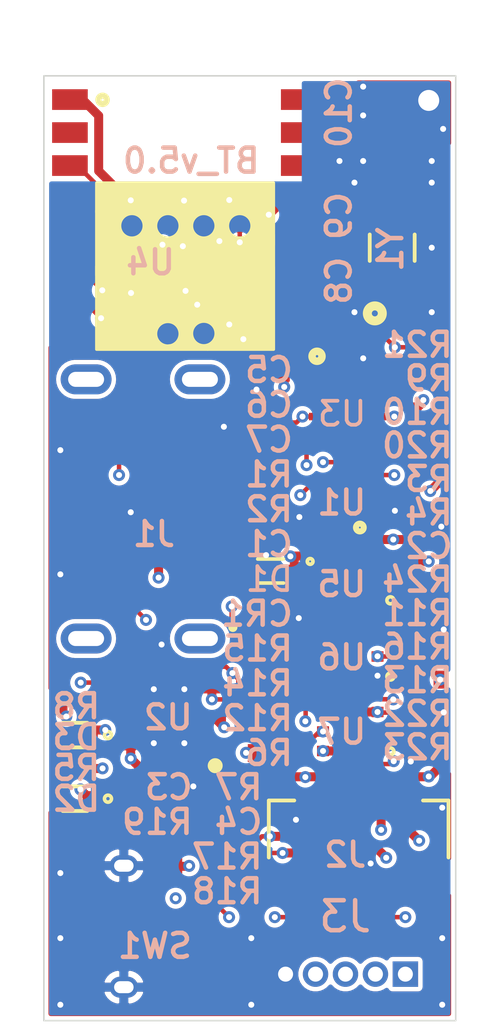
<source format=kicad_pcb>
(kicad_pcb (version 20171130) (host pcbnew "(5.1.9)-1")
  (title_block (title "CC Controller") (date 2020-11-30) (rev 000))
  (layers (0 F.Cu signal) (1 In1.Cu signal) (2 In2.Cu signal) (31 B.Cu signal) (34 B.Paste user) (35 F.Paste user) (36 B.SilkS user hide) (37 F.SilkS user hide) (38 B.Mask user) (39 F.Mask user) (44 Edge.Cuts user))
  (net 0 "")
  (net 1 GND)
  (net 2 "Net-(J1-PadA5)")
  (net 3 "Net-(J1-PadB5)")
  (net 4 EN)
  (net 5 PS_HOLD)
  (net 6 VUSB)
  (net 7 VBATT)
  (net 8 VBUS)
  (net 9 V2.8)
  (net 10 "Net-(C7-Pad1)")
  (net 11 "Net-(C8-Pad1)")
  (net 12 "Net-(C9-Pad1)")
  (net 13 SCL)
  (net 14 SDA)
  (net 15 XSHUT1)
  (net 16 XSHUT2)
  (net 17 SWDIO)
  (net 18 SWDCLK)
  (net 19 RESET)
  (net 20 PB_OUT)
  (net 21 "Net-(J1-PadS3)")
  (net 22 "Net-(J1-PadS1)")
  (net 23 "Net-(J1-PadS2)")
  (net 24 "Net-(J1-PadS4)")
  (net 25 "Net-(SW1-Pad1)")
  (net 26 "Net-(SW1-Pad2)")
  (net 27 "Net-(J2-PadS1)")
  (net 28 "Net-(J2-PadS2)")
  (net 29 INT)
  (net 30 "Net-(C6-Pad1)")
  (net 31 BM)
  (net 32 "Net-(U4-Pad2)")
  (net 33 BM_EN)
  (net 34 "Net-(U4-Pad14)")
  (net 35 "Net-(U4-Pad15)")
  (net 36 "Net-(U3-Pad10)")
  (net 37 CHRG_STAT)
  (net 38 PWR_ON)
  (net 39 "Net-(D2-Pad1)")
  (net 40 "Net-(D2-Pad2)")
  (net 41 "Net-(C4-Pad1)")
  (net 42 "Net-(R3-Pad1)")
  (net 43 "Net-(R14-Pad1)")
  (net 44 "Net-(D3-Pad2)")
  (net 45 "Net-(R13-Pad1)")
  (net 46 CHRG)
  (net 47 "Net-(R8-Pad2)")
  (net 48 PROG)
  (net 49 "Net-(U5-Pad6)")
  (net 50 "Net-(R24-Pad1)")
  (module Connector_PinHeader_1.00mm:PinHeader_1x05_P1.00mm_Vertical (layer F.Cu) (at 106.8 78.34 270)
    (fp_text reference J3 (at -1.92 2.010715) (layer B.SilkS) (effects (justify mirror)))
    (fp_text value Conn_01x05)
    (pad 1 thru_hole rect (at 0 0 270) (size 0.85 0.85) (drill 0.5) (layers *.Cu *.Mask) (net 9 V2.8))
    (pad 2 thru_hole oval (at 0 1 270) (size 0.85 0.85) (drill 0.5) (layers *.Cu *.Mask) (net 19 RESET))
    (pad 3 thru_hole oval (at 0 2 270) (size 0.85 0.85) (drill 0.5) (layers *.Cu *.Mask) (net 17 SWDIO))
    (pad 4 thru_hole oval (at 0 3 270) (size 0.85 0.85) (drill 0.5) (layers *.Cu *.Mask) (net 18 SWDCLK))
    (pad 5 thru_hole oval (at 0 4 270) (size 0.85 0.85) (drill 0.5) (layers *.Cu *.Mask) (net 1 GND))
  )
  (module PTS840ESDPMSMTRLFS:PTS840ESDPMSMTRLFS (layer F.Cu) (at 98.15 76.75 270)
    (fp_text reference SW1 (at 0.65 -1.605) (layer B.SilkS) (effects (font (size 0.8 0.8)) (justify left mirror)))
    (fp_text value PTS840ESDPMSMTRLFS hide)
    (pad 1 smd rect (at -1.925 -0.725 270) (size 1.25 0.95) (layers F.Cu F.Paste F.Mask) (net 25 "Net-(SW1-Pad1)"))
    (pad 2 smd rect (at 1.925 -0.725 270) (size 1.25 0.95) (layers F.Cu F.Paste F.Mask) (net 26 "Net-(SW1-Pad2)"))
    (pad 4 thru_hole oval (at 2.025 0.75 270) (size 0.7 0.95) (drill oval 0.4 0.65) (layers *.Cu *.Mask) (net 1 GND))
    (pad 3 thru_hole oval (at -2.025 0.75 270) (size 0.7 0.95) (drill oval 0.4 0.65) (layers *.Cu *.Mask) (net 1 GND))
    (pad 5 smd rect (at 0 -1.65 270) (size 1 0.5) (layers F.Cu F.Paste F.Mask) (net 1 GND))
  )
  (module Stackpole_Res_0402:Stackpole_Res_0402 (layer F.Cu) (at 102.24 68.77 180)
    (fp_text reference R14 (at 0.375952 0.121819 180) (layer B.SilkS) (effects (font (size 0.8 0.8)) (justify mirror)))
    (fp_text value 100k)
    (pad 2 smd rect (at 0.457 0 180) (size 0.49 0.6) (layers F.Cu F.Paste F.Mask) (net 31 BM))
    (pad 1 smd rect (at -0.457 0 180) (size 0.49 0.6) (layers F.Cu F.Paste F.Mask) (net 43 "Net-(R14-Pad1)"))
  )
  (module XCVR_BC832 (layer F.Cu) (at 99.42 53.1)
    (fp_text reference U4 (at -1.13 1.51) (layer B.SilkS) (effects (font (size 0.8 0.8)) (justify mirror)))
    (fp_text value BC832 hide)
    (pad 1 smd rect (at -3.82 -3.918) (size 1.19 0.69) (layers F.Cu F.Paste F.Mask) (net 1 GND))
    (pad 2 smd rect (at -3.82 -2.818) (size 1.19 0.69) (layers F.Cu F.Paste F.Mask) (net 32 "Net-(U4-Pad2)"))
    (pad 3 smd rect (at -3.82 -1.718) (size 1.19 0.69) (layers F.Cu F.Paste F.Mask) (net 17 SWDIO))
    (pad 4 smd rect (at -3.82 -0.618) (size 1.19 0.69) (layers F.Cu F.Paste F.Mask) (net 18 SWDCLK))
    (pad 5 smd rect (at -3.82 0.482) (size 1.19 0.69) (layers F.Cu F.Paste F.Mask) (net 38 PWR_ON))
    (pad 6 smd rect (at -3.82 1.582) (size 1.19 0.69) (layers F.Cu F.Paste F.Mask) (net 14 SDA))
    (pad 7 smd rect (at -3.82 2.682) (size 1.19 0.69) (layers F.Cu F.Paste F.Mask) (net 13 SCL))
    (pad 8 smd rect (at -3.82 3.782) (size 1.19 0.69) (layers F.Cu F.Paste F.Mask) (net 39 "Net-(D2-Pad1)"))
    (pad 9 smd rect (at 3.82 3.782) (size 1.19 0.69) (layers F.Cu F.Paste F.Mask) (net 31 BM))
    (pad 10 smd rect (at 3.82 2.682) (size 1.19 0.69) (layers F.Cu F.Paste F.Mask) (net 19 RESET))
    (pad 11 smd rect (at 3.82 1.582) (size 1.19 0.69) (layers F.Cu F.Paste F.Mask) (net 11 "Net-(C8-Pad1)"))
    (pad 12 smd rect (at 3.82 0.482) (size 1.19 0.69) (layers F.Cu F.Paste F.Mask) (net 12 "Net-(C9-Pad1)"))
    (pad 13 smd rect (at 3.82 -0.618) (size 1.19 0.69) (layers F.Cu F.Paste F.Mask) (net 20 PB_OUT))
    (pad 14 smd rect (at 3.82 -1.718) (size 1.19 0.69) (layers F.Cu F.Paste F.Mask) (net 34 "Net-(U4-Pad14)"))
    (pad 15 smd rect (at 3.82 -2.818) (size 1.19 0.69) (layers F.Cu F.Paste F.Mask) (net 35 "Net-(U4-Pad15)"))
    (pad 16 smd rect (at 3.82 -3.918) (size 1.19 0.69) (layers F.Cu F.Paste F.Mask) (net 9 V2.8))
    (pad B5 smd circle (at -0.55 3.881) (size 0.5 0.5) (layers F.Cu F.Paste F.Mask) (net 5 PS_HOLD))
    (pad C5 smd circle (at 0.65 3.881) (size 0.5 0.5) (layers F.Cu F.Paste F.Mask) (net 29 INT))
    (pad A2 smd circle (at -1.75 0.281) (size 0.5 0.5) (layers F.Cu F.Paste F.Mask) (net 15 XSHUT1))
    (pad B2 smd circle (at -0.55 0.281) (size 0.5 0.5) (layers F.Cu F.Paste F.Mask) (net 16 XSHUT2))
    (pad C2 smd circle (at 0.65 0.281) (size 0.5 0.5) (layers F.Cu F.Paste F.Mask) (net 37 CHRG_STAT))
    (pad D2 smd circle (at 1.85 0.281) (size 0.5 0.5) (layers F.Cu F.Paste F.Mask) (net 33 BM_EN))
  )
  (module led_QBLP595:led_QBLP595 (layer F.Cu) (at 95.78 72.49 180)
    (fp_text reference D2 (at -0.03 -0.003748) (layer B.SilkS) (effects (font (size 0.8 0.8)) (justify mirror)))
    (fp_text value YEL/GRN)
    (pad 1 smd rect (at -0.5 0 180) (size 0.5 0.5) (layers F.Cu F.Paste F.Mask) (net 39 "Net-(D2-Pad1)"))
    (pad 2 smd rect (at 0.5 0 180) (size 0.5 0.5) (layers F.Cu F.Paste F.Mask) (net 40 "Net-(D2-Pad2)"))
  )
  (module led_QBLP595:led_QBLP595 (layer F.Cu) (at 95.78 70.37 180)
    (fp_text reference D3 (at -0.03 -0.067916) (layer B.SilkS) (effects (font (size 0.8 0.8)) (justify mirror)))
    (fp_text value ORG)
    (pad 1 smd rect (at -0.5 0 180) (size 0.5 0.5) (layers F.Cu F.Paste F.Mask) (net 46 CHRG))
    (pad 2 smd rect (at 0.5 0 180) (size 0.5 0.5) (layers F.Cu F.Paste F.Mask) (net 44 "Net-(D3-Pad2)"))
  )
  (module STM6601AQ2BDM6F:STM6601AQ2BDM6F (layer F.Cu) (at 104.93 59.5)
    (fp_text reference U3 (at -0.2425 0.16) (layer B.SilkS) (effects (font (size 0.8 0.8) (thickness 0.125)) (justify mirror)))
    (fp_text value STM6601CQ2BDM6F hide)
    (pad 12 smd rect (at 0.85 -1.25 90) (size 0.25 1) (layers F.Cu F.Paste F.Mask) (net 1 GND))
    (pad 11 smd rect (at 0.85 -0.75 90) (size 0.25 1) (layers F.Cu F.Paste F.Mask) (net 29 INT))
    (pad 10 smd rect (at 0.85 -0.25 90) (size 0.25 1) (layers F.Cu F.Paste F.Mask) (net 36 "Net-(U3-Pad10)"))
    (pad 9 smd rect (at 0.85 0.25 90) (size 0.25 1) (layers F.Cu F.Paste F.Mask) (net 4 EN))
    (pad 8 smd rect (at 0.85 0.75 90) (size 0.25 1) (layers F.Cu F.Paste F.Mask) (net 20 PB_OUT))
    (pad 7 smd rect (at 0.85 1.25 90) (size 0.25 1) (layers F.Cu F.Paste F.Mask) (net 46 CHRG))
    (pad 6 smd rect (at -0.85 1.25 90) (size 0.25 1) (layers F.Cu F.Paste F.Mask) (net 25 "Net-(SW1-Pad1)"))
    (pad 5 smd rect (at -0.85 0.75 90) (size 0.25 1) (layers F.Cu F.Paste F.Mask) (net 10 "Net-(C7-Pad1)"))
    (pad 4 smd rect (at -0.85 0.25 90) (size 0.25 1) (layers F.Cu F.Paste F.Mask) (net 5 PS_HOLD))
    (pad 3 smd rect (at -0.85 -0.25 90) (size 0.25 1) (layers F.Cu F.Paste F.Mask) (net 30 "Net-(C6-Pad1)"))
    (pad 2 smd rect (at -0.85 -0.75 90) (size 0.25 1) (layers F.Cu F.Paste F.Mask) (net 25 "Net-(SW1-Pad1)"))
    (pad 1 smd rect (at -0.85 -1.25 90) (size 0.25 1) (layers F.Cu F.Paste F.Mask) (net 8 VBUS))
  )
  (module ESDA7P601U1M:ESDA7P601U1M (layer F.Cu) (at 102.27 66.31)
    (fp_text reference CR1 (at -0.425 0.016363) (layer B.SilkS) (effects (font (size 0.8 0.8)) (justify mirror)))
    (fp_text value ESDA7P60-1U1M hide)
    (pad 2 smd rect (at 0.5207 0) (size 0.4064 0.8382) (layers F.Cu F.Paste F.Mask) (net 1 GND))
    (pad 1 smd rect (at -0.5207 0) (size 0.4064 0.8382) (layers F.Cu F.Paste F.Mask) (net 6 VUSB))
  )
  (module CUI_UJC-HP-3-SMT-TR (layer F.Cu) (at 99.94 62.83 270)
    (fp_text reference J1 (at 0.84 1.535715) (layer B.SilkS) (effects (font (size 0.8 0.8)) (justify mirror)))
    (fp_text value UJC-HP-3-SMT-TR hide)
    (pad S4 thru_hole oval (at -4.32 3.8 270) (size 1 1.7) (drill oval 0.5 1.2) (layers *.Cu *.Mask) (net 24 "Net-(J1-PadS4)"))
    (pad S2 thru_hole oval (at 4.32 0 270) (size 1 1.7) (drill oval 0.5 1.2) (layers *.Cu *.Mask) (net 23 "Net-(J1-PadS2)"))
    (pad S1 thru_hole oval (at -4.32 0 270) (size 1 1.7) (drill oval 0.5 1.2) (layers *.Cu *.Mask) (net 22 "Net-(J1-PadS1)"))
    (pad S3 thru_hole oval (at 4.32 3.8 270) (size 1 1.7) (drill oval 0.5 1.2) (layers *.Cu *.Mask) (net 21 "Net-(J1-PadS3)"))
    (pad A12 smd rect (at 2.75 0 270) (size 0.9 1.15) (layers F.Cu F.Paste F.Mask) (net 1 GND))
    (pad B12 smd rect (at -2.75 0 270) (size 0.9 1.15) (layers F.Cu F.Paste F.Mask) (net 1 GND))
    (pad A9 smd rect (at 1.52 0 270) (size 0.8 1.15) (layers F.Cu F.Paste F.Mask) (net 6 VUSB))
    (pad B9 smd rect (at -1.52 0 270) (size 0.8 1.15) (layers F.Cu F.Paste F.Mask) (net 6 VUSB))
    (pad A5 smd rect (at -0.5 0 270) (size 0.7 1.15) (layers F.Cu F.Paste F.Mask) (net 2 "Net-(J1-PadA5)"))
    (pad B5 smd rect (at 0.5 0 270) (size 0.7 1.15) (layers F.Cu F.Paste F.Mask) (net 3 "Net-(J1-PadB5)"))
  )
  (module SSM6L61NU:SSM6L61NU (layer F.Cu) (at 104.96 67.75 90)
    (fp_text reference U6 (at -0.03 -0.285 180) (layer B.SilkS) (effects (font (size 0.8 0.8)) (justify mirror)))
    (fp_text value SSM6L61NU hide)
    (pad 7 smd rect (at 0.475 0 90) (size 0.65 0.9) (layers F.Cu F.Paste F.Mask) (net 43 "Net-(R14-Pad1)"))
    (pad 8 smd rect (at -0.475 0 90) (size 0.65 0.9) (layers F.Cu F.Paste F.Mask) (net 45 "Net-(R13-Pad1)"))
    (pad 2 smd rect (at 0 0.91 90) (size 0.35 0.4) (layers F.Cu F.Paste F.Mask) (net 33 BM_EN))
    (pad 1 smd rect (at -0.65 0.91 90) (size 0.35 0.4) (layers F.Cu F.Paste F.Mask) (net 1 GND))
    (pad 3 smd rect (at 0.65 0.91 90) (size 0.35 0.4) (layers F.Cu F.Paste F.Mask) (net 43 "Net-(R14-Pad1)"))
    (pad 4 smd rect (at 0.65 -0.91 90) (size 0.35 0.4) (layers F.Cu F.Paste F.Mask) (net 7 VBATT))
    (pad 5 smd rect (at 0 -0.91 90) (size 0.35 0.4) (layers F.Cu F.Paste F.Mask) (net 45 "Net-(R13-Pad1)"))
    (pad 6 smd rect (at -0.65 -0.91 90) (size 0.35 0.4) (layers F.Cu F.Paste F.Mask) (net 45 "Net-(R13-Pad1)"))
  )
  (module LDK130PU-R:LDK130PU-R (layer F.Cu) (at 104.94 62.58 180)
    (fp_text reference U1 (at 0.265 -0.04) (layer B.SilkS) (effects (font (size 0.8 0.8)) (justify mirror)))
    (fp_text value LDK130PU-R hide)
    (pad 6 smd rect (at 0.55 -0.4 270) (size 0.2 0.85) (layers F.Cu F.Paste F.Mask) (net 8 VBUS))
    (pad 5 smd rect (at 0.55 0 270) (size 0.2 0.85) (layers F.Cu F.Paste F.Mask) (net 1 GND))
    (pad 4 smd rect (at 0.55 0.4 270) (size 0.2 0.85) (layers F.Cu F.Paste F.Mask) (net 4 EN))
    (pad 3 smd rect (at -0.55 0.4 270) (size 0.2 0.85) (layers F.Cu F.Paste F.Mask) (net 42 "Net-(R3-Pad1)"))
    (pad 2 smd rect (at -0.55 0 270) (size 0.2 0.85) (layers F.Cu F.Paste F.Mask) (net 1 GND))
    (pad 1 smd rect (at -0.55 -0.4 270) (size 0.2 0.85) (layers F.Cu F.Paste F.Mask) (net 9 V2.8))
  )
  (module 2328702-8:TE_2328702-8 (layer F.Cu) (at 106.99 72.6)
    (fp_text reference J2 (at -2.200715 1.76 180) (layer B.SilkS) (effects (font (size 0.8 0.8)) (justify mirror)))
    (fp_text value 2328702-8 hide)
    (pad S2 smd rect (at -4.5 2.5) (size 0.4 0.8) (layers F.Cu F.Paste F.Mask) (net 28 "Net-(J2-PadS2)"))
    (pad S1 smd rect (at 1 2.5) (size 0.4 0.8) (layers F.Cu F.Paste F.Mask) (net 27 "Net-(J2-PadS1)"))
    (pad 8 smd rect (at -3.5 0) (size 0.3 0.8) (layers F.Cu F.Paste F.Mask) (net 1 GND))
    (pad 7 smd rect (at -3 0) (size 0.3 0.8) (layers F.Cu F.Paste F.Mask) (net 13 SCL))
    (pad 6 smd rect (at -2.5 0) (size 0.3 0.8) (layers F.Cu F.Paste F.Mask) (net 14 SDA))
    (pad 5 smd rect (at -2 0) (size 0.3 0.8) (layers F.Cu F.Paste F.Mask) (net 1 GND))
    (pad 4 smd rect (at -1.5 0) (size 0.3 0.8) (layers F.Cu F.Paste F.Mask) (net 15 XSHUT1))
    (pad 3 smd rect (at -1 0) (size 0.3 0.8) (layers F.Cu F.Paste F.Mask) (net 16 XSHUT2))
    (pad 2 smd rect (at -0.5 0) (size 0.3 0.8) (layers F.Cu F.Paste F.Mask) (net 9 V2.8))
    (pad 1 smd rect (at 0 0) (size 0.3 0.8) (layers F.Cu F.Paste F.Mask) (net 7 VBATT))
  )
  (module BAT30KFILM:BAT30KFILM (layer F.Cu) (at 102.27 64.9)
    (fp_text reference D1 (at -0.0125 0.271704) (layer B.SilkS) (effects (font (size 0.8 0.8) (thickness 0.125)) (justify mirror)))
    (fp_text value BAT30KFILM hide)
    (pad 1 smd rect (at -0.725 0 90) (size 0.42 0.7) (layers F.Cu F.Paste F.Mask) (net 6 VUSB))
    (pad 2 smd rect (at 0.725 0 90) (size 0.42 0.7) (layers F.Cu F.Paste F.Mask) (net 8 VBUS))
  )
  (module Stackpole_Res_0402:Stackpole_Res_0402 (layer F.Cu) (at 107.53 68.52)
    (fp_text reference R13 (at -0.33 0.02333 180) (layer B.SilkS) (effects (font (size 0.8 0.8)) (justify mirror)))
    (fp_text value 100k)
    (pad 2 smd rect (at 0.457 0) (size 0.49 0.6) (layers F.Cu F.Paste F.Mask) (net 7 VBATT))
    (pad 1 smd rect (at -0.457 0) (size 0.49 0.6) (layers F.Cu F.Paste F.Mask) (net 45 "Net-(R13-Pad1)"))
  )
  (module TestPoint:TestPoint_Plated_Hole_D2.0mm (layer F.Cu) (at 107.58 49.21)
    (fp_text reference REF** hide)
    (fp_text value TestPoint_Plated_Hole_D2.0mm)
    (pad 1 thru_hole circle (at 0 0) (size 1 1) (drill 0.7) (layers *.Cu *.Mask) (net 1 GND) (clearance 0.05))
  )
  (module XTAL_ECS-.327-7-34R-TR (layer F.Cu) (at 106.36 54.12 90)
    (fp_text reference Y1 (at -0.06 -0.06 90) (layer B.SilkS) (effects (font (size 0.8 0.8)) (justify mirror)))
    (fp_text value ECS-.327-7-34R-TR)
    (pad 1 smd rect (at -1.25 0 90) (size 1.1 1.9) (layers F.Cu F.Paste F.Mask) (net 11 "Net-(C8-Pad1)"))
    (pad 2 smd rect (at 1.25 0 90) (size 1.1 1.9) (layers F.Cu F.Paste F.Mask) (net 12 "Net-(C9-Pad1)"))
  )
  (module STBC08PMR:SON95P300X300X100-7N-D (layer F.Cu) (at 98.91 69.73 180)
    (fp_text reference U2 (at 0.03 -0.05) (layer B.SilkS) (effects (font (size 0.8 0.8)) (justify mirror)))
    (fp_text value STBC08PMR hide)
    (pad 1 smd rect (at -1.5 -0.95 270) (size 0.4 0.8) (layers F.Cu F.Paste F.Mask) (net 7 VBATT))
    (pad 2 smd rect (at -1.5 0 270) (size 0.4 0.8) (layers F.Cu F.Paste F.Mask) (net 38 PWR_ON))
    (pad 3 smd rect (at -1.5 0.95 270) (size 0.4 0.8) (layers F.Cu F.Paste F.Mask) (net 46 CHRG))
    (pad 4 smd rect (at 1.5 0.95 270) (size 0.4 0.8) (layers F.Cu F.Paste F.Mask) (net 1 GND))
    (pad 5 smd rect (at 1.5 0 270) (size 0.4 0.8) (layers F.Cu F.Paste F.Mask) (net 47 "Net-(R8-Pad2)"))
    (pad 6 smd rect (at 1.5 -0.95 270) (size 0.4 0.8) (layers F.Cu F.Paste F.Mask) (net 6 VUSB))
    (pad 7 smd rect (at 0 0 180) (size 1.75 2.5) (layers F.Cu F.Paste F.Mask) (net 1 GND))
  )
  (module Stackpole_Res_0402:Stackpole_Res_0402 (layer F.Cu) (at 107.53 61.78)
    (fp_text reference R3 (at 0.050952 0.053332) (layer B.SilkS) (effects (font (size 0.8 0.8)) (justify mirror)))
    (fp_text value "75k (1%)")
    (pad 2 smd rect (at 0.457 0) (size 0.49 0.6) (layers F.Cu F.Paste F.Mask) (net 9 V2.8))
    (pad 1 smd rect (at -0.457 0) (size 0.49 0.6) (layers F.Cu F.Paste F.Mask) (net 42 "Net-(R3-Pad1)"))
  )
  (module Stackpole_Res_0402:Stackpole_Res_0402 (layer F.Cu) (at 107.53 59.58 180)
    (fp_text reference R10 (at 0.33 -0.016666) (layer B.SilkS) (effects (font (size 0.8 0.8)) (justify mirror)))
    (fp_text value 10k)
    (pad 2 smd rect (at 0.457 0 180) (size 0.49 0.6) (layers F.Cu F.Paste F.Mask) (net 20 PB_OUT))
    (pad 1 smd rect (at -0.457 0 180) (size 0.49 0.6) (layers F.Cu F.Paste F.Mask) (net 9 V2.8))
  )
  (module Capacitor_Taiyo_Yuden_0402:Capacitor_Taiyo_Yuden_0402 (layer F.Cu) (at 102.2 63.76 180)
    (fp_text reference C1 (at -0.045 -0.244545 180) (layer B.SilkS) (effects (font (size 0.8 0.8)) (justify mirror)))
    (fp_text value 1uF hide)
    (pad 1 smd rect (at -0.49 0 180) (size 0.5 0.55) (layers F.Cu F.Paste F.Mask) (net 8 VBUS))
    (pad 2 smd rect (at 0.49 0 180) (size 0.5 0.55) (layers F.Cu F.Paste F.Mask) (net 1 GND))
  )
  (module Capacitor_Taiyo_Yuden_0402:Capacitor_Taiyo_Yuden_0402 (layer F.Cu) (at 98.54 72.09)
    (fp_text reference C3 (at 0.359047 0.02 180) (layer B.SilkS) (effects (font (size 0.8 0.8)) (justify mirror)))
    (fp_text value 4.7uF hide)
    (pad 1 smd rect (at -0.49 0) (size 0.5 0.55) (layers F.Cu F.Paste F.Mask) (net 6 VUSB))
    (pad 2 smd rect (at 0.49 0) (size 0.5 0.55) (layers F.Cu F.Paste F.Mask) (net 1 GND))
  )
  (module Stackpole_Res_0402:Stackpole_Res_0402 (layer F.Cu) (at 107.53 66.32)
    (fp_text reference R11 (at -0.33 -0.013336 180) (layer B.SilkS) (effects (font (size 0.8 0.8)) (justify mirror)))
    (fp_text value 100k)
    (pad 1 smd rect (at -0.457 0) (size 0.49 0.6) (layers F.Cu F.Paste F.Mask) (net 6 VUSB))
    (pad 2 smd rect (at 0.457 0) (size 0.49 0.6) (layers F.Cu F.Paste F.Mask) (net 1 GND))
  )
  (module Stackpole_Res_0402:Stackpole_Res_0402 (layer F.Cu) (at 101.01 75.39 180)
    (fp_text reference R18 (at 0.160952 -0.189998 180) (layer B.SilkS) (effects (font (size 0.8 0.8)) (justify mirror)))
    (fp_text value 4.7k)
    (pad 1 smd rect (at -0.457 0 180) (size 0.49 0.6) (layers F.Cu F.Paste F.Mask) (net 14 SDA))
    (pad 2 smd rect (at 0.457 0 180) (size 0.49 0.6) (layers F.Cu F.Paste F.Mask) (net 9 V2.8))
  )
  (module Stackpole_Res_0402:Stackpole_Res_0402 (layer F.Cu) (at 101.01 74.29 180)
    (fp_text reference R17 (at 0.160952 -0.133332 180) (layer B.SilkS) (effects (font (size 0.8 0.8)) (justify mirror)))
    (fp_text value 4.7k)
    (pad 2 smd rect (at 0.457 0 180) (size 0.49 0.6) (layers F.Cu F.Paste F.Mask) (net 9 V2.8))
    (pad 1 smd rect (at -0.457 0 180) (size 0.49 0.6) (layers F.Cu F.Paste F.Mask) (net 13 SCL))
  )
  (module Stackpole_Res_0402:Stackpole_Res_0402 (layer F.Cu) (at 107.53 58.48 180)
    (fp_text reference R9 (at -0.050952 0.001667) (layer B.SilkS) (effects (font (size 0.8 0.8)) (justify mirror)))
    (fp_text value 10k)
    (pad 1 smd rect (at -0.457 0 180) (size 0.49 0.6) (layers F.Cu F.Paste F.Mask) (net 9 V2.8))
    (pad 2 smd rect (at 0.457 0 180) (size 0.49 0.6) (layers F.Cu F.Paste F.Mask) (net 29 INT))
  )
  (module Stackpole_Res_0402:Stackpole_Res_0402 (layer F.Cu) (at 95.73 71.43 180)
    (fp_text reference R5 (at -0.08 -0.035832 180) (layer B.SilkS) (effects (font (size 0.8 0.8)) (justify mirror)))
    (fp_text value 12.5k)
    (pad 1 smd rect (at -0.457 0 180) (size 0.49 0.6) (layers F.Cu F.Paste F.Mask) (net 8 VBUS))
    (pad 2 smd rect (at 0.457 0 180) (size 0.49 0.6) (layers F.Cu F.Paste F.Mask) (net 44 "Net-(D3-Pad2)"))
  )
  (module Stackpole_Res_0402:Stackpole_Res_0402 (layer F.Cu) (at 102.24 62.67)
    (fp_text reference R2 (at 0.005 0.173636) (layer B.SilkS) (effects (font (size 0.8 0.8)) (justify mirror)))
    (fp_text value "5.1k (5%)")
    (pad 1 smd rect (at -0.457 0) (size 0.49 0.6) (layers F.Cu F.Paste F.Mask) (net 3 "Net-(J1-PadB5)"))
    (pad 2 smd rect (at 0.457 0) (size 0.49 0.6) (layers F.Cu F.Paste F.Mask) (net 1 GND))
  )
  (module Stackpole_Res_0402:Stackpole_Res_0402 (layer F.Cu) (at 102.24 61.57)
    (fp_text reference R1 (at 0.005 0.112727) (layer B.SilkS) (effects (font (size 0.8 0.8)) (justify mirror)))
    (fp_text value "5.1k (5%)")
    (pad 1 smd rect (at -0.457 0) (size 0.49 0.6) (layers F.Cu F.Paste F.Mask) (net 2 "Net-(J1-PadA5)"))
    (pad 2 smd rect (at 0.457 0) (size 0.49 0.6) (layers F.Cu F.Paste F.Mask) (net 1 GND))
  )
  (module Capacitor_Taiyo_Yuden_0402:Capacitor_Taiyo_Yuden_0402 (layer F.Cu) (at 104.62 49.67 270)
    (fp_text reference C10 (at -0.05 0.04 90) (layer B.SilkS) (effects (font (size 0.8 0.8)) (justify mirror)))
    (fp_text value 1uF hide)
    (pad 2 smd rect (at 0.49 0 270) (size 0.5 0.55) (layers F.Cu F.Paste F.Mask) (net 1 GND))
    (pad 1 smd rect (at -0.49 0 270) (size 0.5 0.55) (layers F.Cu F.Paste F.Mask) (net 9 V2.8))
  )
  (module Capacitor_Taiyo_Yuden_0402:Capacitor_Taiyo_Yuden_0402 (layer F.Cu) (at 104.62 53.1 90)
    (fp_text reference C9 (at 0.04 -0.04 90) (layer B.SilkS) (effects (font (size 0.8 0.8)) (justify mirror)))
    (fp_text value 7pF hide)
    (pad 2 smd rect (at 0.49 0 90) (size 0.5 0.55) (layers F.Cu F.Paste F.Mask) (net 1 GND))
    (pad 1 smd rect (at -0.49 0 90) (size 0.5 0.55) (layers F.Cu F.Paste F.Mask) (net 12 "Net-(C9-Pad1)"))
  )
  (module Capacitor_Taiyo_Yuden_0402:Capacitor_Taiyo_Yuden_0402 (layer F.Cu) (at 104.62 55.14 270)
    (fp_text reference C8 (at 0.08 0.04 90) (layer B.SilkS) (effects (font (size 0.8 0.8)) (justify mirror)))
    (fp_text value 7pF hide)
    (pad 2 smd rect (at 0.49 0 270) (size 0.5 0.55) (layers F.Cu F.Paste F.Mask) (net 1 GND))
    (pad 1 smd rect (at -0.49 0 270) (size 0.5 0.55) (layers F.Cu F.Paste F.Mask) (net 11 "Net-(C8-Pad1)"))
  )
  (module Capacitor_Taiyo_Yuden_0402:Capacitor_Taiyo_Yuden_0402 (layer F.Cu) (at 102.2 60.47 180)
    (fp_text reference C7 (at -0.045 -0.051818 180) (layer B.SilkS) (effects (font (size 0.8 0.8)) (justify mirror)))
    (fp_text value 0.22uF hide)
    (pad 1 smd rect (at -0.49 0 180) (size 0.5 0.55) (layers F.Cu F.Paste F.Mask) (net 10 "Net-(C7-Pad1)"))
    (pad 2 smd rect (at 0.49 0 180) (size 0.5 0.55) (layers F.Cu F.Paste F.Mask) (net 1 GND))
  )
  (module Capacitor_Taiyo_Yuden_0402:Capacitor_Taiyo_Yuden_0402 (layer F.Cu) (at 102.2 59.39 180)
    (fp_text reference C6 (at -0.045 0.029091 180) (layer B.SilkS) (effects (font (size 0.8 0.8)) (justify mirror)))
    (fp_text value 1uF hide)
    (pad 1 smd rect (at -0.49 0 180) (size 0.5 0.55) (layers F.Cu F.Paste F.Mask) (net 30 "Net-(C6-Pad1)"))
    (pad 2 smd rect (at 0.49 0 180) (size 0.5 0.55) (layers F.Cu F.Paste F.Mask) (net 1 GND))
  )
  (module Capacitor_Taiyo_Yuden_0402:Capacitor_Taiyo_Yuden_0402 (layer F.Cu) (at 102.2 58.31 180)
    (fp_text reference C5 (at -0.045 0.11) (layer B.SilkS) (effects (font (size 0.8 0.8)) (justify mirror)))
    (fp_text value 1uF hide)
    (pad 1 smd rect (at -0.49 0 180) (size 0.5 0.55) (layers F.Cu F.Paste F.Mask) (net 8 VBUS))
    (pad 2 smd rect (at 0.49 0 180) (size 0.5 0.55) (layers F.Cu F.Paste F.Mask) (net 1 GND))
  )
  (module Capacitor_Taiyo_Yuden_0402:Capacitor_Taiyo_Yuden_0402 (layer F.Cu) (at 107.49 63.97)
    (fp_text reference C2 (at 0.090952 0.099998) (layer B.SilkS) (effects (font (size 0.8 0.8)) (justify mirror)))
    (fp_text value 1uF hide)
    (pad 1 smd rect (at -0.49 0) (size 0.5 0.55) (layers F.Cu F.Paste F.Mask) (net 9 V2.8))
    (pad 2 smd rect (at 0.49 0) (size 0.5 0.55) (layers F.Cu F.Paste F.Mask) (net 1 GND))
  )
  (module Stackpole_Res_0402:Stackpole_Res_0402 (layer F.Cu) (at 95.73 69.32)
    (fp_text reference R8 (at 0.08 0.09 180) (layer B.SilkS) (effects (font (size 0.8 0.8)) (justify mirror)))
    (fp_text value "10k (1%)")
    (pad 2 smd rect (at 0.457 0) (size 0.49 0.6) (layers F.Cu F.Paste F.Mask) (net 47 "Net-(R8-Pad2)"))
    (pad 1 smd rect (at -0.457 0) (size 0.49 0.6) (layers F.Cu F.Paste F.Mask) (net 48 PROG))
  )
  (module Stackpole_Res_0402:Stackpole_Res_0402 (layer F.Cu) (at 107.53 62.88)
    (fp_text reference R4 (at 0.050952 0.071665) (layer B.SilkS) (effects (font (size 0.8 0.8)) (justify mirror)))
    (fp_text value "30k (1%)")
    (pad 2 smd rect (at 0.457 0) (size 0.49 0.6) (layers F.Cu F.Paste F.Mask) (net 1 GND))
    (pad 1 smd rect (at -0.457 0) (size 0.49 0.6) (layers F.Cu F.Paste F.Mask) (net 42 "Net-(R3-Pad1)"))
  )
  (module Stackpole_Res_0402:Stackpole_Res_0402 (layer F.Cu) (at 102.24 67.67)
    (fp_text reference R15 (at -0.375952 -0.182728 180) (layer B.SilkS) (effects (font (size 0.8 0.8)) (justify mirror)))
    (fp_text value 75k)
    (pad 2 smd rect (at 0.457 0) (size 0.49 0.6) (layers F.Cu F.Paste F.Mask) (net 1 GND))
    (pad 1 smd rect (at -0.457 0) (size 0.49 0.6) (layers F.Cu F.Paste F.Mask) (net 31 BM))
  )
  (module Stackpole_Res_0402:Stackpole_Res_0402 (layer F.Cu) (at 107.53 57.38 180)
    (fp_text reference R21 (at 0.33 0.02 180) (layer B.SilkS) (effects (font (size 0.8 0.8)) (justify mirror)))
    (fp_text value 10k)
    (pad 2 smd rect (at 0.457 0 180) (size 0.49 0.6) (layers F.Cu F.Paste F.Mask) (net 19 RESET))
    (pad 1 smd rect (at -0.457 0 180) (size 0.49 0.6) (layers F.Cu F.Paste F.Mask) (net 9 V2.8))
  )
  (module Stackpole_Res_0402:Stackpole_Res_0402 (layer F.Cu) (at 102.24 70.97 180)
    (fp_text reference R6 (at -0.005 0.000001) (layer B.SilkS) (effects (font (size 0.8 0.8)) (justify mirror)))
    (fp_text value 10k)
    (pad 1 smd rect (at -0.457 0 180) (size 0.49 0.6) (layers F.Cu F.Paste F.Mask) (net 9 V2.8))
    (pad 2 smd rect (at 0.457 0 180) (size 0.49 0.6) (layers F.Cu F.Paste F.Mask) (net 38 PWR_ON))
  )
  (module Capacitor_Taiyo_Yuden_0402:Capacitor_Taiyo_Yuden_0402 (layer F.Cu) (at 100.97 73.193333)
    (fp_text reference C4 (at 0.26 0.073333) (layer B.SilkS) (effects (font (size 0.8 0.8)) (justify mirror)))
    (fp_text value 4.7uF hide)
    (pad 1 smd rect (at -0.49 0) (size 0.5 0.55) (layers F.Cu F.Paste F.Mask) (net 41 "Net-(C4-Pad1)"))
    (pad 2 smd rect (at 0.49 0) (size 0.5 0.55) (layers F.Cu F.Paste F.Mask) (net 1 GND))
  )
  (module Stackpole_Res_0402:Stackpole_Res_0402 (layer F.Cu) (at 98.58 73.193333 180)
    (fp_text reference R19 (at 0.061905 -0.073333) (layer B.SilkS) (effects (font (size 0.8 0.8)) (justify mirror)))
    (fp_text value 4.7k)
    (pad 2 smd rect (at 0.457 0 180) (size 0.49 0.6) (layers F.Cu F.Paste F.Mask) (net 40 "Net-(D2-Pad2)"))
    (pad 1 smd rect (at -0.457 0 180) (size 0.49 0.6) (layers F.Cu F.Paste F.Mask) (net 9 V2.8))
  )
  (module Stackpole_Res_0402:Stackpole_Res_0402 (layer F.Cu) (at 102.24 69.87)
    (fp_text reference R12 (at -0.375952 -0.06091) (layer B.SilkS) (effects (font (size 0.8 0.8)) (justify mirror)))
    (fp_text value 100k)
    (pad 2 smd rect (at 0.457 0) (size 0.49 0.6) (layers F.Cu F.Paste F.Mask) (net 46 CHRG))
    (pad 1 smd rect (at -0.457 0) (size 0.49 0.6) (layers F.Cu F.Paste F.Mask) (net 8 VBUS))
  )
  (module Stackpole_Res_0402:Stackpole_Res_0402 (layer F.Cu) (at 107.53 67.42)
    (fp_text reference R16 (at -0.33 0.004997) (layer B.SilkS) (effects (font (size 0.8 0.8)) (justify mirror)))
    (fp_text value 100k)
    (pad 1 smd rect (at -0.457 0) (size 0.49 0.6) (layers F.Cu F.Paste F.Mask) (net 33 BM_EN))
    (pad 2 smd rect (at 0.457 0) (size 0.49 0.6) (layers F.Cu F.Paste F.Mask) (net 1 GND))
  )
  (module Stackpole_Res_0402:Stackpole_Res_0402 (layer F.Cu) (at 101.01 72.09 180)
    (fp_text reference R7 (at -0.22 -0.02) (layer B.SilkS) (effects (font (size 0.8 0.8)) (justify mirror)))
    (fp_text value 1.0)
    (pad 2 smd rect (at 0.457 0 180) (size 0.49 0.6) (layers F.Cu F.Paste F.Mask) (net 41 "Net-(C4-Pad1)"))
    (pad 1 smd rect (at -0.457 0 180) (size 0.49 0.6) (layers F.Cu F.Paste F.Mask) (net 7 VBATT))
  )
  (module Stackpole_Res_0402:Stackpole_Res_0402 (layer F.Cu) (at 107.53 60.68 180)
    (fp_text reference R20 (at 0.33 -0.034999) (layer B.SilkS) (effects (font (size 0.8 0.8)) (justify mirror)))
    (fp_text value 10k)
    (pad 1 smd rect (at -0.457 0 180) (size 0.49 0.6) (layers F.Cu F.Paste F.Mask) (net 9 V2.8))
    (pad 2 smd rect (at 0.457 0 180) (size 0.49 0.6) (layers F.Cu F.Paste F.Mask) (net 5 PS_HOLD))
  )
  (module Stackpole_Res_0402:Stackpole_Res_0402 (layer F.Cu) (at 107.53 69.62 180)
    (fp_text reference R22 (at 0.33 -0.041663) (layer B.SilkS) (effects (font (size 0.8 0.8)) (justify mirror)))
    (fp_text value 100k)
    (pad 2 smd rect (at 0.457 0 180) (size 0.49 0.6) (layers F.Cu F.Paste F.Mask) (net 37 CHRG_STAT))
    (pad 1 smd rect (at -0.457 0 180) (size 0.49 0.6) (layers F.Cu F.Paste F.Mask) (net 1 GND))
  )
  (module SSM6L61NU:SSM6L61NU (layer F.Cu) (at 104.96 65.21 90)
    (fp_text reference U5 (at -0.13 -0.285) (layer B.SilkS) (effects (font (size 0.8 0.8)) (justify mirror)))
    (fp_text value SSM6L61NU hide)
    (pad 6 smd rect (at -0.65 -0.91 90) (size 0.35 0.4) (layers F.Cu F.Paste F.Mask) (net 49 "Net-(U5-Pad6)"))
    (pad 5 smd rect (at 0 -0.91 90) (size 0.35 0.4) (layers F.Cu F.Paste F.Mask) (net 6 VUSB))
    (pad 4 smd rect (at 0.65 -0.91 90) (size 0.35 0.4) (layers F.Cu F.Paste F.Mask) (net 8 VBUS))
    (pad 3 smd rect (at 0.65 0.91 90) (size 0.35 0.4) (layers F.Cu F.Paste F.Mask) (net 7 VBATT))
    (pad 1 smd rect (at -0.65 0.91 90) (size 0.35 0.4) (layers F.Cu F.Paste F.Mask) (net 50 "Net-(R24-Pad1)"))
    (pad 2 smd rect (at 0 0.91 90) (size 0.35 0.4) (layers F.Cu F.Paste F.Mask) (net 50 "Net-(R24-Pad1)"))
    (pad 8 smd rect (at -0.475 0 90) (size 0.65 0.9) (layers F.Cu F.Paste F.Mask) (net 49 "Net-(U5-Pad6)"))
    (pad 7 smd rect (at 0.475 0 90) (size 0.65 0.9) (layers F.Cu F.Paste F.Mask) (net 7 VBATT))
  )
  (module Stackpole_Res_0402:Stackpole_Res_0402 (layer F.Cu) (at 107.53 70.72)
    (fp_text reference R23 (at -0.33 0.059996) (layer B.SilkS) (effects (font (size 0.8 0.8)) (justify mirror)))
    (fp_text value 100k)
    (pad 1 smd rect (at -0.457 0) (size 0.49 0.6) (layers F.Cu F.Paste F.Mask) (net 1 GND))
    (pad 2 smd rect (at 0.457 0) (size 0.49 0.6) (layers F.Cu F.Paste F.Mask) (net 7 VBATT))
  )
  (module SSM6L61NU:SSM6L61NU (layer F.Cu) (at 104.96 70.25 90)
    (fp_text reference U7 (at -0.01 -0.285) (layer B.SilkS) (effects (font (size 0.8 0.8)) (justify mirror)))
    (fp_text value SSM6L61NU hide)
    (pad 6 smd rect (at -0.65 -0.91 90) (size 0.35 0.4) (layers F.Cu F.Paste F.Mask) (net 48 PROG))
    (pad 5 smd rect (at 0 -0.91 90) (size 0.35 0.4) (layers F.Cu F.Paste F.Mask) (net 46 CHRG))
    (pad 4 smd rect (at 0.65 -0.91 90) (size 0.35 0.4) (layers F.Cu F.Paste F.Mask) (net 9 V2.8))
    (pad 3 smd rect (at 0.65 0.91 90) (size 0.35 0.4) (layers F.Cu F.Paste F.Mask) (net 37 CHRG_STAT))
    (pad 1 smd rect (at -0.65 0.91 90) (size 0.35 0.4) (layers F.Cu F.Paste F.Mask) (net 1 GND))
    (pad 2 smd rect (at 0 0.91 90) (size 0.35 0.4) (layers F.Cu F.Paste F.Mask) (net 7 VBATT))
    (pad 8 smd rect (at -0.475 0 90) (size 0.65 0.9) (layers F.Cu F.Paste F.Mask) (net 48 PROG))
    (pad 7 smd rect (at 0.475 0 90) (size 0.65 0.9) (layers F.Cu F.Paste F.Mask) (net 37 CHRG_STAT))
  )
  (module Stackpole_Res_0402:Stackpole_Res_0402 (layer F.Cu) (at 107.53 65.22)
    (fp_text reference R24 (at -0.33 -0.031669) (layer B.SilkS) (effects (font (size 0.8 0.8)) (justify mirror)))
    (fp_text value 100k)
    (pad 1 smd rect (at -0.457 0) (size 0.49 0.6) (layers F.Cu F.Paste F.Mask) (net 50 "Net-(R24-Pad1)"))
    (pad 2 smd rect (at 0.457 0) (size 0.49 0.6) (layers F.Cu F.Paste F.Mask) (net 1 GND))
  )
  (gr_poly (pts (xy 97.49 52.92) (xy 97.23 53.2) (xy 97.1 53.33) (xy 97.16 52.85)) (layer F.SilkS) (width 0.1))
  (gr_poly (pts (xy 98.33 55.05) (xy 97.16 55.03) (xy 97.2 53.54) (xy 97.51 53.82) (xy 97.83 53.83) (xy 98.08 53.63) (xy 98.13 53.31) (xy 97.9 52.94) (xy 98.38 52.92)) (layer F.SilkS) (width 0.1))
  (gr_poly (pts (xy 97.1675 55.03) (xy 96.49 55.04) (xy 96.49 52.88) (xy 97.18 52.88)) (layer F.SilkS) (width 0.1))
  (gr_poly (pts (xy 102.4 57.51) (xy 100.2 57.51) (xy 100.27 57.42) (xy 100.46 57.24) (xy 100.54 57.03) (xy 100.46 56.71) (xy 100.3 56.51) (xy 102.4 56.51)) (layer F.SilkS) (width 0.1))
  (gr_circle (center 100.07 56.98) (end 100.5 56.98) (layer F.SilkS) (width 0.15))
  (gr_poly (pts (xy 99.61 56.67) (xy 99.66 57.32) (xy 100.2 57.51) (xy 96.49 57.51) (xy 96.49 56.43) (xy 98.73 56.41) (xy 98.46 56.84) (xy 98.45 57.17) (xy 98.72 57.41) (xy 99.11 57.37) (xy 99.375 57.115) (xy 99.305 56.765) (xy 99.09 56.44) (xy 99.89 56.44)) (layer F.SilkS) (width 0.1))
  (gr_poly (pts (xy 102.4 55.155) (xy 101.42 55.11) (xy 100.87 55.11) (xy 100.84 54.58) (xy 100.85 54.25) (xy 101.26 53.89) (xy 101.63 53.69) (xy 102.4 53.685)) (layer F.SilkS) (width 0.1))
  (gr_poly (pts (xy 101.48 54.14) (xy 101.035 54.155) (xy 100.805 54.485) (xy 100.89 54.85) (xy 101.07 55.07) (xy 99.42 55.07) (xy 99.37 54.68) (xy 99.37 53.84) (xy 101.49 53.82)) (layer F.SilkS) (width 0.1))
  (gr_circle (center 98.87 56.99) (end 99.3 56.99) (layer F.SilkS) (width 0.15))
  (gr_line (start 108.48 79.89) (end 108.48 48.39) (layer Edge.Cuts) (width 0.05))
  (gr_poly (pts (xy 101.71 53.1) (xy 101.51 52.97) (xy 101.72 52.93)) (layer F.SilkS) (width 0.1))
  (gr_poly (pts (xy 100.81 53.37) (xy 100.99 53.85) (xy 100.31 53.83) (xy 100.51 53.4) (xy 100.33 52.94) (xy 101.04 52.93)) (layer F.SilkS) (width 0.1))
  (gr_poly (pts (xy 98.405 53.39) (xy 98.615 53.83) (xy 98.29 53.83) (xy 98.3 52.94) (xy 98.65 52.94)) (layer F.SilkS) (width 0.1))
  (gr_poly (pts (xy 99.6 53.4) (xy 99.8 53.83) (xy 99.17 53.83) (xy 99.33 53.39) (xy 99.16 52.94) (xy 99.83 52.94)) (layer F.SilkS) (width 0.1))
  (gr_circle (center 97.67 53.39) (end 98.1 53.39) (layer F.SilkS) (width 0.15))
  (gr_circle (center 101.27 53.39) (end 101.7 53.39) (layer F.SilkS) (width 0.15))
  (gr_circle (center 100.07 53.39) (end 100.5 53.39) (layer F.SilkS) (width 0.15))
  (gr_circle (center 98.87 53.39) (end 99.3 53.39) (layer F.SilkS) (width 0.15))
  (gr_poly (pts (xy 99.58 55.03) (xy 98.17 55.03) (xy 98.17 53.81) (xy 99.58 53.81)) (layer F.SilkS) (width 0.1))
  (gr_poly (pts (xy 102.4 54.02) (xy 101.71 54.02125) (xy 101.64 53.787402) (xy 101.69 53.65875) (xy 101.69 52.92) (xy 102.4 52.92)) (layer F.SilkS) (width 0.1))
  (gr_poly (pts (xy 102.4 52.93) (xy 96.49 52.94) (xy 96.49 51.96) (xy 102.4 51.96)) (layer F.SilkS) (width 0.1))
  (gr_poly (pts (xy 102.4 56.5) (xy 96.49 56.53) (xy 96.49 54.74) (xy 102.4 54.77)) (layer F.SilkS) (width 0.1))
  (gr_text BT_v5.0 (at 99.65 51.22) (layer B.SilkS) (effects (font (size 0.8 0.8)) (justify mirror)))
  (gr_line (start 94.73 79.89) (end 108.48 79.89) (layer Edge.Cuts) (width 0.05))
  (gr_line (start 94.73 79.89) (end 94.73 48.39) (layer Edge.Cuts) (width 0.05))
  (gr_line (start 94.73 48.39) (end 108.48 48.39) (layer Edge.Cuts) (width 0.05))
  (via (at 99.42 68.84) (size 0.4) (drill 0.2) (layers F.Cu B.Cu) (net 1))
  (via (at 98.4 70.64) (size 0.4) (drill 0.2) (layers F.Cu B.Cu) (net 1))
  (via (at 98.4 68.84) (size 0.4) (drill 0.2) (layers F.Cu B.Cu) (net 1))
  (via (at 99.42 70.64) (size 0.4) (drill 0.2) (layers F.Cu B.Cu) (net 1))
  (via (at 108.08 66.85) (size 0.4) (drill 0.2) (layers F.Cu B.Cu) (net 1))
  (via (at 108.08 69.61) (size 0.4) (drill 0.2) (layers F.Cu B.Cu) (net 1))
  (via (at 105.87 68.39) (size 0.4) (drill 0.2) (layers F.Cu B.Cu) (net 1))
  (via (at 105.099957 51.95) (size 0.4) (drill 0.2) (layers F.Cu B.Cu) (net 1))
  (via (at 107.68 54.12) (size 0.4) (drill 0.2) (layers F.Cu B.Cu) (net 1))
  (segment (start 97.5 68.78) (end 99 68.78) (width 0.3) (layer F.Cu) (net 1))
  (via (at 97.63 52.54) (size 0.4) (drill 0.2) (layers F.Cu B.Cu) (net 1))
  (segment (start 104.39 62.58) (end 105.49 62.58) (width 0.2) (layer F.Cu) (net 1))
  (via (at 108 63.42) (size 0.4) (drill 0.2) (layers F.Cu B.Cu) (net 1))
  (via (at 95.28 74.97) (size 0.4) (drill 0.2) (layers F.Cu B.Cu) (net 1))
  (via (at 95.28 79.36) (size 0.4) (drill 0.2) (layers F.Cu B.Cu) (net 1))
  (via (at 108.03 77.14) (size 0.4) (drill 0.2) (layers F.Cu B.Cu) (net 1))
  (via (at 108.03 79.36) (size 0.4) (drill 0.2) (layers F.Cu B.Cu) (net 1))
  (via (at 101.655 79.36) (size 0.4) (drill 0.2) (layers F.Cu B.Cu) (net 1))
  (via (at 95.28 60.87) (size 0.4) (drill 0.2) (layers F.Cu B.Cu) (net 1))
  (via (at 95.28 65.01) (size 0.4) (drill 0.2) (layers F.Cu B.Cu) (net 1))
  (via (at 100.92 52.53) (size 0.4) (drill 0.2) (layers F.Cu B.Cu) (net 1))
  (via (at 104.6 51.23) (size 0.4) (drill 0.2) (layers F.Cu B.Cu) (net 1))
  (via (at 105.099957 56.27) (size 0.4) (drill 0.2) (layers F.Cu B.Cu) (net 1))
  (via (at 107.68 51.95) (size 0.4) (drill 0.2) (layers F.Cu B.Cu) (net 1))
  (via (at 107.68 56.27) (size 0.4) (drill 0.2) (layers F.Cu B.Cu) (net 1))
  (via (at 108.03 72.79) (size 0.4) (drill 0.2) (layers F.Cu B.Cu) (net 1))
  (segment (start 105.06301 56.25) (end 104.59 55.77699) (width 0.3) (layer F.Cu) (net 1))
  (segment (start 105.095 51.95) (end 104.615 52.43) (width 0.3) (layer F.Cu) (net 1))
  (segment (start 107.560002 51.92) (end 107.68 52.039998) (width 0.3) (layer F.Cu) (net 1))
  (segment (start 105.119957 51.92) (end 107.65 51.92) (width 0.3) (layer F.Cu) (net 1))
  (segment (start 99.08 69.81) (end 99 69.73) (width 0.3) (layer F.Cu) (net 1))
  (via (at 101.83 58.85) (size 0.4) (drill 0.2) (layers F.Cu B.Cu) (net 1))
  (segment (start 99 69.73) (end 99 69.73) (width 0.3) (layer F.Cu) (net 1))
  (via (at 98.66 67.35) (size 0.4) (drill 0.2) (layers F.Cu B.Cu) (net 1))
  (segment (start 101.78 59.38) (end 101.78 58.3) (width 0.3) (layer F.Cu) (net 1))
  (segment (start 105.64 58.11) (end 105.78 58.25) (width 0.15) (layer F.Cu) (net 1))
  (segment (start 105.34 58.11) (end 105.64 58.11) (width 0.15) (layer F.Cu) (net 1))
  (via (at 100.92 56.68) (size 0.4) (drill 0.2) (layers F.Cu B.Cu) (net 1))
  (via (at 97.64 55.63) (size 0.4) (drill 0.2) (layers F.Cu B.Cu) (net 1))
  (via (at 99.720002 72.08) (size 0.4) (drill 0.2) (layers F.Cu B.Cu) (net 1))
  (segment (start 99.03 72.08) (end 99.720002 72.08) (width 0.3) (layer F.Cu) (net 1))
  (via (at 97.63 62.94) (size 0.4) (drill 0.2) (layers F.Cu B.Cu) (net 1))
  (via (at 101.655 77.14) (size 0.4) (drill 0.2) (layers F.Cu B.Cu) (net 1))
  (via (at 106.98 71.25) (size 0.4) (drill 0.2) (layers F.Cu B.Cu) (net 1))
  (via (at 105.39 49.71) (size 0.4) (drill 0.2) (layers F.Cu B.Cu) (net 1))
  (via (at 107.68 51.23) (size 0.4) (drill 0.2) (layers F.Cu B.Cu) (net 1))
  (via (at 105.39 51.23) (size 0.4) (drill 0.2) (layers F.Cu B.Cu) (net 1))
  (via (at 105.39 48.75) (size 0.4) (drill 0.2) (layers F.Cu B.Cu) (net 1))
  (via (at 108.06 50.16) (size 0.4) (drill 0.2) (layers F.Cu B.Cu) (net 1))
  (via (at 99.41 52.55) (size 0.4) (drill 0.2) (layers F.Cu B.Cu) (net 1))
  (via (at 106.45 62.89) (size 0.4) (drill 0.2) (layers F.Cu B.Cu) (net 1))
  (segment (start 103.49 72.849996) (end 103.146663 73.193333) (width 0.3) (layer F.Cu) (net 1))
  (segment (start 103.49 72.6) (end 103.49 72.849996) (width 0.3) (layer F.Cu) (net 1))
  (segment (start 101.52 73.193333) (end 103.146663 73.193333) (width 0.3) (layer F.Cu) (net 1))
  (via (at 103.146663 73.193333) (size 0.4) (drill 0.2) (layers F.Cu B.Cu) (net 1))
  (segment (start 106.14 62.58) (end 106.45 62.89) (width 0.2) (layer F.Cu) (net 1))
  (segment (start 105.49 62.58) (end 106.14 62.58) (width 0.2) (layer F.Cu) (net 1))
  (segment (start 107.68 52.08) (end 107.68 56.15) (width 0.3) (layer F.Cu) (net 1))
  (segment (start 107.68 56.15) (end 107.56 56.27) (width 0.3) (layer F.Cu) (net 1))
  (segment (start 107.56 56.27) (end 105.099957 56.27) (width 0.3) (layer F.Cu) (net 1))
  (segment (start 104.6 51.23) (end 104.6 50.16) (width 0.3) (layer F.Cu) (net 1))
  (segment (start 102.742666 62.665666) (end 102.742666 61.574334) (width 0.3) (layer F.Cu) (net 1))
  (segment (start 105.38 58.11) (end 105.38 57.819999) (width 0.3) (layer F.Cu) (net 1))
  (via (at 105.391597 57.808402) (size 0.4) (drill 0.2) (layers F.Cu B.Cu) (net 1))
  (segment (start 105.38 57.819999) (end 105.391597 57.808402) (width 0.3) (layer F.Cu) (net 1))
  (segment (start 107.96 67.463) (end 107.977 67.48) (width 0.3) (layer F.Cu) (net 1))
  (via (at 100.74 60.09) (size 0.4) (drill 0.2) (layers F.Cu B.Cu) (net 1))
  (segment (start 100.68997 60.08) (end 100.689985 60.079985) (width 0.3) (layer F.Cu) (net 1))
  (segment (start 99.89 60.08) (end 100.68997 60.08) (width 0.3) (layer F.Cu) (net 1))
  (segment (start 101.77 60.47) (end 101.08 60.47) (width 0.3) (layer F.Cu) (net 1))
  (segment (start 101.08 60.47) (end 100.689985 60.079985) (width 0.3) (layer F.Cu) (net 1))
  (segment (start 99.03 65.57) (end 98.66 65.94) (width 0.3) (layer F.Cu) (net 1))
  (segment (start 99.89 65.58) (end 99.950002 65.519998) (width 0.3) (layer F.Cu) (net 1))
  (via (at 105.64 74.65) (size 0.4) (drill 0.2) (layers F.Cu B.Cu) (net 1))
  (segment (start 104.99 72.6) (end 104.99 74) (width 0.3) (layer F.Cu) (net 1))
  (segment (start 104.99 74) (end 105.64 74.65) (width 0.3) (layer F.Cu) (net 1))
  (via (at 103.26 63.1) (size 0.4) (drill 0.2) (layers F.Cu B.Cu) (net 1))
  (segment (start 102.83 62.67) (end 103.26 63.1) (width 0.3) (layer F.Cu) (net 1))
  (segment (start 106.98 71.25) (end 106.98 70.72) (width 0.3) (layer F.Cu) (net 1))
  (segment (start 97.54 52.54) (end 97.61 52.54) (width 0.3) (layer F.Cu) (net 1))
  (segment (start 96.56 51.56) (end 97.54 52.54) (width 0.3) (layer F.Cu) (net 1))
  (segment (start 96.56 49.72) (end 96.56 51.56) (width 0.3) (layer F.Cu) (net 1))
  (segment (start 96.022 49.182) (end 96.56 49.72) (width 0.3) (layer F.Cu) (net 1))
  (segment (start 95.6 49.182) (end 96.022 49.182) (width 0.3) (layer F.Cu) (net 1))
  (segment (start 102.7907 66.31) (end 102.7907 67.67) (width 0.3) (layer F.Cu) (net 1))
  (via (at 103.24 66.47) (size 0.4) (drill 0.2) (layers F.Cu B.Cu) (net 1))
  (segment (start 103.24 66.47) (end 102.7907 66.47) (width 0.3) (layer F.Cu) (net 1))
  (segment (start 99.03 72.09) (end 99.03 69.73) (width 0.3) (layer F.Cu) (net 1))
  (segment (start 99.86 65.57) (end 99.03 65.57) (width 0.3) (layer F.Cu) (net 1))
  (via (at 95.28 77.14) (size 0.4) (drill 0.2) (layers F.Cu B.Cu) (net 1))
  (segment (start 107.987 66.32) (end 107.987 65.22) (width 0.3) (layer F.Cu) (net 1))
  (segment (start 107.98 63.97) (end 107.98 62.88) (width 0.3) (layer F.Cu) (net 1))
  (via (at 102.15 64.37) (size 0.4) (drill 0.2) (layers F.Cu B.Cu) (net 1))
  (segment (start 101.71 63.93) (end 102.15 64.37) (width 0.3) (layer F.Cu) (net 1))
  (segment (start 101.71 63.76) (end 101.71 63.93) (width 0.3) (layer F.Cu) (net 1))
  (segment (start 107.987 67.42) (end 107.987 66.32) (width 0.3) (layer F.Cu) (net 1))
  (segment (start 108.13 66.86) (end 107.987 66.86) (width 0.3) (layer F.Cu) (net 1))
  (segment (start 106.04 70.73) (end 107.063001 70.73) (width 0.3) (layer F.Cu) (net 1))
  (segment (start 105.87 70.9) (end 106.04 70.73) (width 0.3) (layer F.Cu) (net 1))
  (segment (start 100.97 62.33) (end 99.94 62.33) (width 0.3) (layer F.Cu) (net 2))
  (segment (start 101.658998 61.641002) (end 100.97 62.33) (width 0.3) (layer F.Cu) (net 2))
  (segment (start 101.833 61.641002) (end 101.658998 61.641002) (width 0.3) (layer F.Cu) (net 2))
  (segment (start 99.94 63.33) (end 99.89 63.33) (width 0.3) (layer F.Cu) (net 3))
  (segment (start 101.03 63.33) (end 99.94 63.33) (width 0.3) (layer F.Cu) (net 3))
  (segment (start 101.69 62.67) (end 101.03 63.33) (width 0.3) (layer F.Cu) (net 3))
  (segment (start 101.833 62.67) (end 101.69 62.67) (width 0.3) (layer F.Cu) (net 3))
  (segment (start 105.78 59.75) (end 106.490982 59.75) (width 0.15) (layer F.Cu) (net 4))
  (via (at 106.43 61.7) (size 0.4) (drill 0.2) (layers F.Cu B.Cu) (net 4))
  (via (at 106.43 59.75) (size 0.4) (drill 0.2) (layers F.Cu B.Cu) (net 4))
  (segment (start 105.081398 61.7) (end 106.43 61.7) (width 0.15) (layer F.Cu) (net 4))
  (segment (start 104.601398 62.18) (end 105.081398 61.7) (width 0.15) (layer F.Cu) (net 4))
  (segment (start 104.39 62.18) (end 104.601398 62.18) (width 0.15) (layer F.Cu) (net 4))
  (via (at 103.36501 59.750008) (size 0.4) (drill 0.2) (layers F.Cu B.Cu) (net 5))
  (via (at 103.292014 62.37) (size 0.4) (drill 0.2) (layers F.Cu B.Cu) (net 5))
  (segment (start 105.18712 61.17) (end 104.502121 61.854999) (width 0.15) (layer F.Cu) (net 5))
  (segment (start 104.502121 61.854999) (end 103.807015 61.854999) (width 0.15) (layer F.Cu) (net 5))
  (segment (start 103.807015 61.854999) (end 103.292014 62.37) (width 0.15) (layer F.Cu) (net 5))
  (segment (start 100.65 57.55) (end 99.439 57.55) (width 0.15) (layer F.Cu) (net 5))
  (segment (start 101.14 58.04) (end 100.65 57.55) (width 0.15) (layer F.Cu) (net 5))
  (segment (start 101.14 59.72) (end 101.14 58.04) (width 0.15) (layer F.Cu) (net 5))
  (segment (start 101.37 59.95) (end 101.14 59.72) (width 0.15) (layer F.Cu) (net 5))
  (segment (start 103.16501 59.95) (end 101.37 59.95) (width 0.15) (layer F.Cu) (net 5))
  (segment (start 99.439 57.55) (end 98.87 56.981) (width 0.15) (layer F.Cu) (net 5))
  (segment (start 103.36501 59.75) (end 103.16501 59.95) (width 0.15) (layer F.Cu) (net 5))
  (segment (start 104.08 59.75) (end 103.36501 59.75) (width 0.15) (layer F.Cu) (net 5))
  (segment (start 107.073 60.68) (end 106.583 61.17) (width 0.15) (layer F.Cu) (net 5))
  (segment (start 105.18712 61.17) (end 106.583 61.17) (width 0.15) (layer F.Cu) (net 5))
  (segment (start 99.93 64.39) (end 99.89 64.35) (width 0.3) (layer F.Cu) (net 6))
  (via (at 98.56 65.12) (size 0.4) (drill 0.2) (layers F.Cu B.Cu) (net 6))
  (segment (start 99.86 64.34) (end 98.56 64.34) (width 0.3) (layer F.Cu) (net 6))
  (segment (start 99.86 61.3) (end 98.985 61.3) (width 0.3) (layer F.Cu) (net 6))
  (segment (start 98.985 61.3) (end 98.56 61.725) (width 0.3) (layer F.Cu) (net 6))
  (segment (start 98.56 61.725) (end 98.56 65.12) (width 0.3) (layer F.Cu) (net 6))
  (segment (start 101.005 64.35) (end 101.555 64.9) (width 0.3) (layer F.Cu) (net 6))
  (segment (start 99.94 64.35) (end 101.005 64.35) (width 0.3) (layer F.Cu) (net 6))
  (via (at 97.63 71.15) (size 0.4) (drill 0.2) (layers F.Cu B.Cu) (net 6))
  (segment (start 98.05 71.57) (end 98.05 72.09) (width 0.3) (layer F.Cu) (net 6))
  (segment (start 98.05 71.57) (end 97.63 71.15) (width 0.3) (layer F.Cu) (net 6))
  (segment (start 97.63 71.15) (end 97.63 70.68) (width 0.3) (layer F.Cu) (net 6))
  (segment (start 103.86 65.21) (end 103.56 65.51) (width 0.3) (layer F.Cu) (net 6))
  (segment (start 104.05 65.21) (end 103.86 65.21) (width 0.3) (layer F.Cu) (net 6))
  (segment (start 103.56 65.51) (end 103.46 65.51) (width 0.3) (layer F.Cu) (net 6))
  (segment (start 101.7493 65.1043) (end 101.545 64.9) (width 0.3) (layer F.Cu) (net 6))
  (segment (start 101.7493 66.31) (end 101.7493 65.1043) (width 0.3) (layer F.Cu) (net 6))
  (segment (start 103.56 65.51) (end 101.7493 65.51) (width 0.3) (layer F.Cu) (net 6))
  (segment (start 103.56 66.11) (end 103.56 65.51) (width 0.2) (layer F.Cu) (net 6))
  (segment (start 103.81 66.36) (end 103.56 66.11) (width 0.2) (layer F.Cu) (net 6))
  (segment (start 107.033 66.36) (end 103.81 66.36) (width 0.2) (layer F.Cu) (net 6))
  (segment (start 106.99 72.6) (end 106.99 71.870022) (width 0.3) (layer F.Cu) (net 7))
  (segment (start 101.487 72.017) (end 101.487 72.09) (width 0.3) (layer F.Cu) (net 7))
  (via (at 107.58 71.749998) (size 0.4) (drill 0.2) (layers F.Cu B.Cu) (net 7))
  (segment (start 101.487 71.762996) (end 101.489998 71.759998) (width 0.3) (layer F.Cu) (net 7))
  (segment (start 101.487 72.09) (end 101.487 71.762996) (width 0.3) (layer F.Cu) (net 7))
  (via (at 103.46 69.91) (size 0.4) (drill 0.2) (layers F.Cu B.Cu) (net 7))
  (via (at 103.46 71.77) (size 0.4) (drill 0.2) (layers F.Cu B.Cu) (net 7))
  (via (at 107.96 68.52) (size 0.4) (drill 0.2) (layers F.Cu B.Cu) (net 7))
  (segment (start 107.391602 70.17) (end 108.011602 70.79) (width 0.15) (layer F.Cu) (net 7))
  (segment (start 105.95 70.17) (end 107.391602 70.17) (width 0.15) (layer F.Cu) (net 7))
  (segment (start 105.87 70.25) (end 105.95 70.17) (width 0.15) (layer F.Cu) (net 7))
  (segment (start 101.389998 71.759998) (end 101.489998 71.759998) (width 0.3) (layer F.Cu) (net 7))
  (segment (start 101.04 71.41) (end 101.389998 71.759998) (width 0.3) (layer F.Cu) (net 7))
  (segment (start 100.67 71.41) (end 101.04 71.41) (width 0.3) (layer F.Cu) (net 7))
  (segment (start 100.41 71.15) (end 100.67 71.41) (width 0.3) (layer F.Cu) (net 7))
  (segment (start 100.41 70.68) (end 100.41 71.15) (width 0.3) (layer F.Cu) (net 7))
  (segment (start 103.47 69.9) (end 103.46 69.91) (width 0.15) (layer F.Cu) (net 7))
  (segment (start 103.47 67.33) (end 103.47 69.9) (width 0.15) (layer F.Cu) (net 7))
  (segment (start 103.7 67.1) (end 103.47 67.33) (width 0.15) (layer F.Cu) (net 7))
  (segment (start 104.05 67.1) (end 103.7 67.1) (width 0.15) (layer F.Cu) (net 7))
  (via (at 107.58 64.58) (size 0.4) (drill 0.2) (layers F.Cu B.Cu) (net 7))
  (segment (start 105.145 64.58) (end 107.58 64.58) (width 0.3) (layer F.Cu) (net 7))
  (segment (start 104.96 64.765) (end 105.145 64.58) (width 0.3) (layer F.Cu) (net 7))
  (segment (start 103.84992 71.759998) (end 101.489998 71.759998) (width 0.3) (layer F.Cu) (net 7))
  (segment (start 107.62 71.759998) (end 103.84992 71.759998) (width 0.3) (layer F.Cu) (net 7))
  (segment (start 107.987 71.392998) (end 107.62 71.759998) (width 0.3) (layer F.Cu) (net 7))
  (segment (start 107.987 70.72) (end 107.987 71.392998) (width 0.3) (layer F.Cu) (net 7))
  (segment (start 102.855 58.25) (end 102.795 58.31) (width 0.15) (layer F.Cu) (net 8))
  (segment (start 104.08 58.25) (end 102.855 58.25) (width 0.15) (layer F.Cu) (net 8))
  (segment (start 104.39 63.03001) (end 104.39 63.505) (width 0.3) (layer F.Cu) (net 8))
  (segment (start 104.135 63.76) (end 104.39 63.505) (width 0.3) (layer F.Cu) (net 8))
  (segment (start 102.77 63.76) (end 104.135 63.76) (width 0.3) (layer F.Cu) (net 8))
  (via (at 96.69 71.48) (size 0.4) (drill 0.2) (layers F.Cu B.Cu) (net 8))
  (segment (start 96.18 71.485) (end 96.635002 71.485) (width 0.3) (layer F.Cu) (net 8))
  (segment (start 96.635002 71.485) (end 96.64 71.480002) (width 0.3) (layer F.Cu) (net 8))
  (segment (start 101.22391 68.502961) (end 101.023911 68.302962) (width 0.15) (layer F.Cu) (net 8))
  (segment (start 101.22391 69.16391) (end 101.22391 68.502961) (width 0.15) (layer F.Cu) (net 8))
  (segment (start 101.783 69.723) (end 101.22391 69.16391) (width 0.15) (layer F.Cu) (net 8))
  (segment (start 101.783 69.87) (end 101.783 69.723) (width 0.15) (layer F.Cu) (net 8))
  (via (at 101.023911 68.302962) (size 0.4) (drill 0.2) (layers F.Cu B.Cu) (net 8))
  (via (at 95.960003 68.619997) (size 0.4) (drill 0.2) (layers F.Cu B.Cu) (net 8))
  (via (at 102.754993 58.762965) (size 0.4) (drill 0.2) (layers F.Cu B.Cu) (net 8))
  (segment (start 102.755 58.31) (end 102.755 58.762958) (width 0.3) (layer F.Cu) (net 8))
  (segment (start 102.755 58.762958) (end 102.754993 58.762965) (width 0.3) (layer F.Cu) (net 8))
  (segment (start 96.640003 68.619997) (end 95.960003 68.619997) (width 0.15) (layer F.Cu) (net 8))
  (segment (start 97.169999 68.090001) (end 96.640003 68.619997) (width 0.15) (layer F.Cu) (net 8))
  (segment (start 100.81095 68.090001) (end 97.169999 68.090001) (width 0.15) (layer F.Cu) (net 8))
  (segment (start 101.023911 68.302962) (end 100.81095 68.090001) (width 0.15) (layer F.Cu) (net 8))
  (via (at 102.96 64.41) (size 0.4) (drill 0.2) (layers F.Cu B.Cu) (net 8))
  (segment (start 104.05 64.56) (end 104.05 63.76) (width 0.3) (layer F.Cu) (net 8))
  (segment (start 103.1 64.4) (end 104.04 64.4) (width 0.3) (layer F.Cu) (net 8))
  (segment (start 103.09 64.41) (end 103.1 64.4) (width 0.3) (layer F.Cu) (net 8))
  (segment (start 103.09 64.805) (end 102.995 64.9) (width 0.3) (layer F.Cu) (net 8))
  (segment (start 103.09 64.41) (end 103.09 64.805) (width 0.3) (layer F.Cu) (net 8))
  (segment (start 104.62 49.18) (end 103.24 49.18) (width 0.3) (layer F.Cu) (net 9))
  (via (at 106.8 76.44) (size 0.4) (drill 0.2) (layers F.Cu B.Cu) (net 9))
  (via (at 107.26 73.89) (size 0.4) (drill 0.2) (layers F.Cu B.Cu) (net 9))
  (via (at 106.39499 63.85) (size 0.4) (drill 0.2) (layers F.Cu B.Cu) (net 9))
  (via (at 100.913 76.44) (size 0.4) (drill 0.2) (layers F.Cu B.Cu) (net 9))
  (segment (start 100.573 76.1) (end 100.913 76.44) (width 0.15) (layer F.Cu) (net 9))
  (segment (start 100.573 74.29) (end 100.573 76.1) (width 0.15) (layer F.Cu) (net 9))
  (via (at 106.39499 69.18) (size 0.4) (drill 0.2) (layers F.Cu B.Cu) (net 9))
  (segment (start 106.8 76.44) (end 102.44 76.44) (width 0.15) (layer F.Cu) (net 9))
  (via (at 102.44 76.44) (size 0.4) (drill 0.2) (layers F.Cu B.Cu) (net 9))
  (segment (start 105.49 63.43) (end 105.49 63.04001) (width 0.3) (layer F.Cu) (net 9))
  (segment (start 105.91 63.85) (end 105.49 63.43) (width 0.3) (layer F.Cu) (net 9))
  (segment (start 106.39499 63.85) (end 105.91 63.85) (width 0.3) (layer F.Cu) (net 9))
  (via (at 106.41 71.24) (size 0.4) (drill 0.2) (layers F.Cu B.Cu) (net 9))
  (segment (start 108.167 50.977) (end 106.37 49.18) (width 0.15) (layer F.Cu) (net 9))
  (segment (start 106.37 49.18) (end 104.62 49.18) (width 0.15) (layer F.Cu) (net 9))
  (segment (start 108.167 57.477) (end 108.167 58.243) (width 0.15) (layer F.Cu) (net 9))
  (segment (start 108.167 58.243) (end 108.167 58.03) (width 0.15) (layer F.Cu) (net 9))
  (segment (start 108.167 57.69) (end 108.167 57.477) (width 0.15) (layer F.Cu) (net 9))
  (segment (start 108.167 57.477) (end 108.167 50.977) (width 0.15) (layer F.Cu) (net 9))
  (segment (start 106.39499 63.85) (end 107 63.85) (width 0.3) (layer F.Cu) (net 9))
  (via (at 107.633449 62.231658) (size 0.4) (drill 0.2) (layers F.Cu B.Cu) (net 9))
  (segment (start 108.167 61.47) (end 108.167 57.393) (width 0.15) (layer F.Cu) (net 9))
  (segment (start 107.987 61.65) (end 108.167 61.47) (width 0.15) (layer F.Cu) (net 9))
  (segment (start 107.987 60.68) (end 108.167 60.68) (width 0.15) (layer F.Cu) (net 9))
  (segment (start 107.987 59.58) (end 108.167 59.58) (width 0.15) (layer F.Cu) (net 9))
  (segment (start 100.463 74.203) (end 100.573 74.203) (width 0.15) (layer F.Cu) (net 9))
  (segment (start 99.453333 73.193333) (end 100.463 74.203) (width 0.15) (layer F.Cu) (net 9))
  (segment (start 98.997 73.193333) (end 99.453333 73.193333) (width 0.15) (layer F.Cu) (net 9))
  (segment (start 106.49 73.12) (end 107.26 73.89) (width 0.3) (layer F.Cu) (net 9))
  (segment (start 106.49 72.6) (end 106.49 73.12) (width 0.3) (layer F.Cu) (net 9))
  (segment (start 107.987 61.78) (end 107.987 61.65) (width 0.3) (layer F.Cu) (net 9))
  (segment (start 107.987 61.878107) (end 107.987 61.78) (width 0.3) (layer F.Cu) (net 9))
  (segment (start 107.633449 62.231658) (end 107.987 61.878107) (width 0.3) (layer F.Cu) (net 9))
  (segment (start 103.081962 71.334962) (end 102.707 70.96) (width 0.15) (layer F.Cu) (net 9))
  (segment (start 106.315038 71.334962) (end 103.081962 71.334962) (width 0.15) (layer F.Cu) (net 9))
  (segment (start 106.41 71.24) (end 106.315038 71.334962) (width 0.15) (layer F.Cu) (net 9))
  (segment (start 104.395001 69.174999) (end 106.39499 69.174999) (width 0.15) (layer F.Cu) (net 9))
  (segment (start 104.05 69.52) (end 104.395001 69.174999) (width 0.15) (layer F.Cu) (net 9))
  (segment (start 104.05 69.6) (end 104.05 69.52) (width 0.15) (layer F.Cu) (net 9))
  (segment (start 103.34 60.25) (end 104.08 60.25) (width 0.15) (layer F.Cu) (net 10))
  (segment (start 103.12 60.47) (end 103.34 60.25) (width 0.15) (layer F.Cu) (net 10))
  (segment (start 102.75 60.47) (end 103.12 60.47) (width 0.15) (layer F.Cu) (net 10))
  (segment (start 104.59 54.65) (end 105.27 54.65) (width 0.3) (layer F.Cu) (net 11))
  (segment (start 106.39 55.37) (end 105.99 55.37) (width 0.3) (layer F.Cu) (net 11))
  (segment (start 105.99 55.37) (end 105.27 54.65) (width 0.3) (layer F.Cu) (net 11))
  (segment (start 104.68 54.65) (end 103.24 54.65) (width 0.3) (layer F.Cu) (net 11))
  (segment (start 104.59 53.59) (end 105.27 53.59) (width 0.3) (layer F.Cu) (net 12))
  (segment (start 104.68 53.59) (end 103.24 53.59) (width 0.3) (layer F.Cu) (net 12))
  (segment (start 106.08 52.87) (end 106.48 52.87) (width 0.3) (layer F.Cu) (net 12))
  (segment (start 105.27 53.59) (end 105.99 52.87) (width 0.3) (layer F.Cu) (net 12))
  (segment (start 95.950944 55.782) (end 96.639472 56.470528) (width 0.15) (layer F.Cu) (net 13))
  (via (at 96.639472 56.470528) (size 0.4) (drill 0.2) (layers F.Cu B.Cu) (net 13))
  (via (at 102.274733 73.745789) (size 0.4) (drill 0.2) (layers F.Cu B.Cu) (net 13))
  (segment (start 95.6 55.782) (end 95.950944 55.782) (width 0.15) (layer F.Cu) (net 13))
  (segment (start 101.537 74.29) (end 101.537 74.093) (width 0.15) (layer F.Cu) (net 13))
  (segment (start 102.274733 73.745789) (end 103.363867 73.745789) (width 0.3) (layer F.Cu) (net 13))
  (segment (start 103.99 73.119656) (end 103.99 72.6) (width 0.3) (layer F.Cu) (net 13))
  (segment (start 103.363867 73.745789) (end 103.99 73.119656) (width 0.3) (layer F.Cu) (net 13))
  (segment (start 102.011211 73.745789) (end 101.467 74.29) (width 0.15) (layer F.Cu) (net 13))
  (segment (start 102.274733 73.745789) (end 102.011211 73.745789) (width 0.15) (layer F.Cu) (net 13))
  (segment (start 95.822 54.682) (end 96.68 55.54) (width 0.15) (layer F.Cu) (net 14))
  (segment (start 95.6 54.682) (end 95.822 54.682) (width 0.15) (layer F.Cu) (net 14))
  (via (at 96.68 55.54) (size 0.4) (drill 0.2) (layers F.Cu B.Cu) (net 14))
  (segment (start 102 74.58) (end 102.28 74.3) (width 0.15) (layer F.Cu) (net 14))
  (segment (start 102 74.84) (end 102 74.58) (width 0.15) (layer F.Cu) (net 14))
  (segment (start 101.477 75.363) (end 102 74.84) (width 0.15) (layer F.Cu) (net 14))
  (segment (start 101.477 75.45) (end 101.477 75.363) (width 0.15) (layer F.Cu) (net 14))
  (via (at 102.700002 74.3) (size 0.4) (drill 0.2) (layers F.Cu B.Cu) (net 14))
  (segment (start 102.28 74.3) (end 102.700002 74.3) (width 0.15) (layer F.Cu) (net 14))
  (segment (start 104.49 73.256066) (end 104.49 72.6) (width 0.3) (layer F.Cu) (net 14))
  (segment (start 103.446066 74.3) (end 104.49 73.256066) (width 0.3) (layer F.Cu) (net 14))
  (segment (start 102.700002 74.3) (end 103.446066 74.3) (width 0.3) (layer F.Cu) (net 14))
  (via (at 106.16 74.46) (size 0.4) (drill 0.2) (layers F.Cu B.Cu) (net 15))
  (segment (start 105.49 73.79) (end 106.16 74.46) (width 0.3) (layer F.Cu) (net 15))
  (segment (start 105.49 72.6) (end 105.49 73.79) (width 0.3) (layer F.Cu) (net 15))
  (via (at 98.69 54.02) (size 0.4) (drill 0.2) (layers F.Cu B.Cu) (net 15))
  (segment (start 98.309 54.02) (end 98.69 54.02) (width 0.15) (layer F.Cu) (net 15))
  (segment (start 97.67 53.381) (end 98.309 54.02) (width 0.15) (layer F.Cu) (net 15))
  (via (at 105.990004 73.53) (size 0.4) (drill 0.2) (layers F.Cu B.Cu) (net 16))
  (segment (start 105.99 73.529996) (end 105.990004 73.53) (width 0.3) (layer F.Cu) (net 16))
  (segment (start 105.99 72.6) (end 105.99 73.529996) (width 0.3) (layer F.Cu) (net 16))
  (via (at 99.37 54.07) (size 0.4) (drill 0.2) (layers F.Cu B.Cu) (net 16))
  (segment (start 99.37 53.99) (end 99.37 54.07) (width 0.15) (layer F.Cu) (net 16))
  (segment (start 98.87 53.49) (end 99.37 53.99) (width 0.15) (layer F.Cu) (net 16))
  (segment (start 98.87 53.381) (end 98.87 53.49) (width 0.15) (layer F.Cu) (net 16))
  (via (at 99.46 55.56) (size 0.4) (drill 0.2) (layers F.Cu B.Cu) (net 17))
  (segment (start 96.83 52.362) (end 96.83 53.7) (width 0.15) (layer F.Cu) (net 17))
  (segment (start 95.85 51.382) (end 96.83 52.362) (width 0.15) (layer F.Cu) (net 17))
  (segment (start 96.83 53.7) (end 98.69 55.56) (width 0.15) (layer F.Cu) (net 17))
  (segment (start 95.6 51.382) (end 95.85 51.382) (width 0.15) (layer F.Cu) (net 17))
  (segment (start 98.69 55.56) (end 99.46 55.56) (width 0.15) (layer F.Cu) (net 17))
  (via (at 99.85 56.02) (size 0.4) (drill 0.2) (layers F.Cu B.Cu) (net 18))
  (segment (start 98.725721 56.02) (end 99.85 56.02) (width 0.15) (layer F.Cu) (net 18))
  (segment (start 96.529989 53.824268) (end 98.725721 56.02) (width 0.15) (layer F.Cu) (net 18))
  (segment (start 96.529989 53.069989) (end 96.529989 53.824268) (width 0.15) (layer F.Cu) (net 18))
  (segment (start 95.942 52.482) (end 96.529989 53.069989) (width 0.15) (layer F.Cu) (net 18))
  (segment (start 95.6 52.482) (end 95.942 52.482) (width 0.15) (layer F.Cu) (net 18))
  (via (at 106.45 57.44) (size 0.4) (drill 0.2) (layers F.Cu B.Cu) (net 19))
  (segment (start 103.582 55.782) (end 103.24 55.782) (width 0.15) (layer F.Cu) (net 19))
  (segment (start 104.84 57.04) (end 103.582 55.782) (width 0.15) (layer F.Cu) (net 19))
  (segment (start 106.45 57.44) (end 106.05 57.04) (width 0.15) (layer F.Cu) (net 19))
  (segment (start 106.05 57.04) (end 104.84 57.04) (width 0.15) (layer F.Cu) (net 19))
  (segment (start 107.013 57.44) (end 106.45 57.44) (width 0.15) (layer F.Cu) (net 19))
  (segment (start 107.073 57.38) (end 107.013 57.44) (width 0.15) (layer F.Cu) (net 19))
  (via (at 102.239992 53.02) (size 0.4) (drill 0.2) (layers F.Cu B.Cu) (net 20))
  (segment (start 102.777992 52.482) (end 102.239992 53.02) (width 0.3) (layer F.Cu) (net 20))
  (segment (start 103.24 52.482) (end 102.777992 52.482) (width 0.3) (layer F.Cu) (net 20))
  (via (at 107.4 59.2) (size 0.4) (drill 0.2) (layers F.Cu B.Cu) (net 20))
  (segment (start 106.56 60.25) (end 105.78 60.25) (width 0.15) (layer F.Cu) (net 20))
  (segment (start 107.073 59.737) (end 106.56 60.25) (width 0.15) (layer F.Cu) (net 20))
  (segment (start 107.073 59.58) (end 107.073 59.737) (width 0.15) (layer F.Cu) (net 20))
  (segment (start 107.4 59.253) (end 107.073 59.58) (width 0.3) (layer F.Cu) (net 20))
  (segment (start 107.4 59.2) (end 107.4 59.253) (width 0.3) (layer F.Cu) (net 20))
  (segment (start 98.735 74.755) (end 98.735 74.705) (width 0.15) (layer F.Cu) (net 25))
  (segment (start 98.875 74.745) (end 99.564998 74.745) (width 0.3) (layer F.Cu) (net 25))
  (via (at 99.579998 74.73) (size 0.4) (drill 0.2) (layers F.Cu B.Cu) (net 25))
  (segment (start 99.564998 74.745) (end 99.579998 74.73) (width 0.3) (layer F.Cu) (net 25))
  (via (at 103.5 61.36839) (size 0.4) (drill 0.2) (layers F.Cu B.Cu) (net 25))
  (segment (start 104.703753 58.75) (end 104.08 58.75) (width 0.15) (layer F.Cu) (net 25))
  (segment (start 104.91 58.956247) (end 104.703753 58.75) (width 0.15) (layer F.Cu) (net 25))
  (segment (start 104.91 60.560002) (end 104.91 58.956247) (width 0.15) (layer F.Cu) (net 25))
  (segment (start 104.720002 60.75) (end 104.91 60.560002) (width 0.15) (layer F.Cu) (net 25))
  (segment (start 104.28 60.75) (end 104.720002 60.75) (width 0.15) (layer F.Cu) (net 25))
  (segment (start 104.08 60.75) (end 103.73 60.75) (width 0.15) (layer F.Cu) (net 25))
  (segment (start 103.5 60.98) (end 103.5 61.36839) (width 0.15) (layer F.Cu) (net 25))
  (segment (start 103.73 60.75) (end 103.5 60.98) (width 0.15) (layer F.Cu) (net 25))
  (segment (start 105.249998 58.75) (end 105.78 58.75) (width 0.15) (layer F.Cu) (net 29))
  (segment (start 104.94 58.04) (end 104.94 58.440002) (width 0.15) (layer F.Cu) (net 29))
  (segment (start 104.69 57.79) (end 104.94 58.04) (width 0.15) (layer F.Cu) (net 29))
  (segment (start 101.326998 57.79) (end 104.69 57.79) (width 0.15) (layer F.Cu) (net 29))
  (segment (start 104.94 58.440002) (end 105.249998 58.75) (width 0.15) (layer F.Cu) (net 29))
  (segment (start 100.517998 56.981) (end 101.326998 57.79) (width 0.15) (layer F.Cu) (net 29))
  (segment (start 100.07 56.981) (end 100.517998 56.981) (width 0.15) (layer F.Cu) (net 29))
  (segment (start 106.67 58.48) (end 107.073 58.48) (width 0.15) (layer F.Cu) (net 29))
  (segment (start 106.4 58.75) (end 106.67 58.48) (width 0.15) (layer F.Cu) (net 29))
  (segment (start 105.78 58.75) (end 106.4 58.75) (width 0.15) (layer F.Cu) (net 29))
  (segment (start 102.895 59.25) (end 102.755 59.39) (width 0.15) (layer F.Cu) (net 30))
  (segment (start 104.08 59.25) (end 102.895 59.25) (width 0.15) (layer F.Cu) (net 30))
  (via (at 101.39 57.17) (size 0.4) (drill 0.2) (layers F.Cu B.Cu) (net 31))
  (segment (start 103.24 56.882) (end 103.228 56.87) (width 0.15) (layer F.Cu) (net 31))
  (segment (start 101.783 68.77) (end 101.783 67.67) (width 0.15) (layer F.Cu) (net 31))
  (segment (start 101.79 67.663) (end 101.783 67.67) (width 0.15) (layer F.Cu) (net 31))
  (via (at 101 66.08) (size 0.4) (drill 0.2) (layers F.Cu B.Cu) (net 31))
  (segment (start 101 66.832) (end 101 66.08) (width 0.15) (layer F.Cu) (net 31))
  (segment (start 101.783 67.615) (end 101 66.832) (width 0.15) (layer F.Cu) (net 31))
  (segment (start 101.783 67.67) (end 101.783 67.615) (width 0.15) (layer F.Cu) (net 31))
  (segment (start 101.69 56.87) (end 101.39 57.17) (width 0.15) (layer F.Cu) (net 31))
  (segment (start 103.228 56.87) (end 101.69 56.87) (width 0.15) (layer F.Cu) (net 31))
  (via (at 105.87 67.74) (size 0.4) (drill 0.2) (layers F.Cu B.Cu) (net 33))
  (segment (start 106.52 67.42) (end 107.073 67.42) (width 0.15) (layer F.Cu) (net 33))
  (segment (start 106.19 67.75) (end 106.52 67.42) (width 0.15) (layer F.Cu) (net 33))
  (segment (start 105.87 67.75) (end 106.19 67.75) (width 0.15) (layer F.Cu) (net 33))
  (segment (start 101.27 53.381) (end 101.27 53.940002) (width 0.15) (layer F.Cu) (net 33))
  (via (at 101.27 53.940002) (size 0.4) (drill 0.2) (layers F.Cu B.Cu) (net 33))
  (segment (start 101.271187 54.046792) (end 101.271187 53.941189) (width 0.15) (layer F.Cu) (net 33))
  (segment (start 101.271187 53.941189) (end 101.27 53.940002) (width 0.15) (layer F.Cu) (net 33))
  (segment (start 105.87 69.6) (end 104.96 69.6) (width 0.3) (layer F.Cu) (net 37))
  (via (at 105.87 69.6) (size 0.4) (drill 0.2) (layers F.Cu B.Cu) (net 37))
  (segment (start 100.589 53.9) (end 100.59 53.9) (width 0.15) (layer F.Cu) (net 37))
  (via (at 100.59 53.9) (size 0.4) (drill 0.2) (layers F.Cu B.Cu) (net 37))
  (segment (start 100.07 53.381) (end 100.589 53.9) (width 0.15) (layer F.Cu) (net 37))
  (segment (start 107.073 69.62) (end 105.87 69.62) (width 0.15) (layer F.Cu) (net 37))
  (via (at 101.48 70.96) (size 0.4) (drill 0.2) (layers F.Cu B.Cu) (net 38))
  (via (at 97.24 61.7) (size 0.4) (drill 0.2) (layers F.Cu B.Cu) (net 38))
  (segment (start 97.24 60.07) (end 97.24 61.7) (width 0.15) (layer F.Cu) (net 38))
  (segment (start 97.994988 59.315012) (end 97.24 60.07) (width 0.15) (layer F.Cu) (net 38))
  (segment (start 97.109 56.779022) (end 97.994988 57.66501) (width 0.15) (layer F.Cu) (net 38))
  (segment (start 97.109 54.841) (end 97.109 56.779022) (width 0.15) (layer F.Cu) (net 38))
  (segment (start 95.85 53.582) (end 97.109 54.841) (width 0.15) (layer F.Cu) (net 38))
  (segment (start 97.994988 57.66501) (end 97.994988 59.315012) (width 0.15) (layer F.Cu) (net 38))
  (segment (start 95.6 53.582) (end 95.85 53.582) (width 0.15) (layer F.Cu) (net 38))
  (via (at 100.750004 70.110001) (size 0.4) (drill 0.2) (layers F.Cu B.Cu) (net 38))
  (segment (start 100.41 69.73) (end 100.41 69.769997) (width 0.3) (layer F.Cu) (net 38))
  (segment (start 100.41 69.769997) (end 100.750004 70.110001) (width 0.3) (layer F.Cu) (net 38))
  (segment (start 101.48 70.96) (end 101.783 70.96) (width 0.3) (layer F.Cu) (net 38))
  (via (at 98.14 66.53) (size 0.4) (drill 0.2) (layers F.Cu B.Cu) (net 39))
  (via (at 95.95 72.18) (size 0.4) (drill 0.2) (layers F.Cu B.Cu) (net 39))
  (segment (start 96.25 72.48) (end 95.95 72.18) (width 0.3) (layer F.Cu) (net 39))
  (segment (start 96.29 72.48) (end 96.25 72.48) (width 0.3) (layer F.Cu) (net 39))
  (segment (start 96.73 65.12) (end 98.14 66.53) (width 0.15) (layer F.Cu) (net 39))
  (segment (start 97.69 59.18501) (end 96.73 60.14501) (width 0.15) (layer F.Cu) (net 39))
  (segment (start 97.69 58.05) (end 97.69 59.18501) (width 0.15) (layer F.Cu) (net 39))
  (segment (start 96.73 60.14501) (end 96.73 65.12) (width 0.15) (layer F.Cu) (net 39))
  (segment (start 96.522 56.882) (end 97.69 58.05) (width 0.15) (layer F.Cu) (net 39))
  (segment (start 95.6 56.882) (end 96.522 56.882) (width 0.15) (layer F.Cu) (net 39))
  (segment (start 95.893333 73.193333) (end 98.083 73.193333) (width 0.15) (layer F.Cu) (net 40))
  (segment (start 95.2975 72.5975) (end 95.893333 73.193333) (width 0.15) (layer F.Cu) (net 40))
  (segment (start 95.23 72.5975) (end 95.2975 72.5975) (width 0.15) (layer F.Cu) (net 40))
  (segment (start 100.57 72.09) (end 100.57 73.127) (width 0.3) (layer F.Cu) (net 41))
  (segment (start 105.49 62.18) (end 107.04 62.18) (width 0.2) (layer F.Cu) (net 42))
  (segment (start 107.073 61.78) (end 107.073 62.88) (width 0.2) (layer F.Cu) (net 42))
  (segment (start 105.135 67.1) (end 104.96 67.275) (width 0.15) (layer F.Cu) (net 43))
  (segment (start 105.87 67.1) (end 105.135 67.1) (width 0.3) (layer F.Cu) (net 43))
  (segment (start 103.670001 66.699999) (end 104.384999 66.699999) (width 0.15) (layer F.Cu) (net 43))
  (segment (start 103.167001 67.202999) (end 103.670001 66.699999) (width 0.15) (layer F.Cu) (net 43))
  (segment (start 102.697 68.76) (end 102.697 68.620002) (width 0.15) (layer F.Cu) (net 43))
  (segment (start 102.697 68.620002) (end 103.167001 68.150001) (width 0.15) (layer F.Cu) (net 43))
  (segment (start 103.167001 68.150001) (end 103.167001 67.202999) (width 0.15) (layer F.Cu) (net 43))
  (segment (start 104.384999 66.699999) (end 104.96 67.275) (width 0.15) (layer F.Cu) (net 43))
  (segment (start 95.273 71.485) (end 95.273 70.3725) (width 0.3) (layer F.Cu) (net 44))
  (segment (start 104.05 68.28) (end 104.93 68.28) (width 0.15) (layer F.Cu) (net 45))
  (segment (start 104.05 67.75) (end 104.05 68.28) (width 0.15) (layer F.Cu) (net 45))
  (segment (start 104.93 68.16) (end 104.93 68.105) (width 0.15) (layer F.Cu) (net 45))
  (segment (start 105.6 68.83) (end 104.93 68.16) (width 0.15) (layer F.Cu) (net 45))
  (segment (start 106.14 68.83) (end 105.6 68.83) (width 0.15) (layer F.Cu) (net 45))
  (segment (start 106.38 68.59) (end 106.14 68.83) (width 0.15) (layer F.Cu) (net 45))
  (segment (start 107.093 68.59) (end 106.38 68.59) (width 0.15) (layer F.Cu) (net 45))
  (segment (start 105.78 60.75) (end 105.153 60.75) (width 0.15) (layer F.Cu) (net 46))
  (via (at 104.05 61.270002) (size 0.4) (drill 0.2) (layers F.Cu B.Cu) (net 46))
  (segment (start 105.153 60.75) (end 104.632998 61.270002) (width 0.15) (layer F.Cu) (net 46))
  (segment (start 104.632998 61.270002) (end 104.10499 61.270002) (width 0.15) (layer F.Cu) (net 46))
  (segment (start 100.340001 68.78) (end 100.340001 69.179968) (width 0.3) (layer F.Cu) (net 46))
  (via (at 100.340001 69.179968) (size 0.4) (drill 0.2) (layers F.Cu B.Cu) (net 46))
  (via (at 96.78 70.2) (size 0.4) (drill 0.2) (layers F.Cu B.Cu) (net 46))
  (segment (start 96.45 70.2) (end 96.28 70.37) (width 0.3) (layer F.Cu) (net 46))
  (segment (start 96.78 70.2) (end 96.45 70.2) (width 0.3) (layer F.Cu) (net 46))
  (segment (start 104.05 70.25) (end 104.05 70.25) (width 0.15) (layer F.Cu) (net 46))
  (via (at 104.05 70.25) (size 0.4) (drill 0.2) (layers F.Cu B.Cu) (net 46))
  (segment (start 103.93 70.25) (end 104.05 70.25) (width 0.15) (layer F.Cu) (net 46))
  (segment (start 101.47 70.44) (end 103.74 70.44) (width 0.15) (layer F.Cu) (net 46))
  (segment (start 101.22 70.19) (end 101.47 70.44) (width 0.15) (layer F.Cu) (net 46))
  (segment (start 101.22 69.584278) (end 101.22 70.19) (width 0.15) (layer F.Cu) (net 46))
  (segment (start 100.81569 69.179968) (end 101.22 69.584278) (width 0.15) (layer F.Cu) (net 46))
  (segment (start 103.74 70.44) (end 103.93 70.25) (width 0.15) (layer F.Cu) (net 46))
  (segment (start 100.340001 69.179968) (end 100.81569 69.179968) (width 0.15) (layer F.Cu) (net 46))
  (segment (start 102.697 69.86) (end 102.697 70.407) (width 0.15) (layer F.Cu) (net 46))
  (segment (start 97 69.32) (end 97.41 69.73) (width 0.3) (layer F.Cu) (net 47))
  (segment (start 96.237 69.32) (end 97 69.32) (width 0.3) (layer F.Cu) (net 47))
  (via (at 95.48 69.75) (size 0.4) (drill 0.2) (layers F.Cu B.Cu) (net 48))
  (via (at 104.05 70.9) (size 0.4) (drill 0.2) (layers F.Cu B.Cu) (net 48))
  (segment (start 95.283 69.553) (end 95.48 69.75) (width 0.3) (layer F.Cu) (net 48))
  (segment (start 95.283 69.31) (end 95.283 69.553) (width 0.3) (layer F.Cu) (net 48))
  (segment (start 104.94 70.9) (end 104.05 70.9) (width 0.3) (layer F.Cu) (net 48))
  (via (at 99.13 75.81) (size 0.4) (drill 0.2) (layers F.Cu B.Cu) (net 48))
  (segment (start 104.05 65.86) (end 104.96 65.86) (width 0.3) (layer F.Cu) (net 49))
  (segment (start 105.87 65.21) (end 105.87 65.86) (width 0.3) (layer F.Cu) (net 50))
  (segment (start 105.87 65.21) (end 107.073 65.21) (width 0.3) (layer F.Cu) (net 50))
  (zone (net 1) (net_name GND) (layer B.Cu) (connect_pads (clearance 0.15)) (min_thickness 0.15) (fill yes (arc_segments 32) (thermal_gap 0.2) (thermal_bridge_width 0.3))
    (polygon (pts (xy 108.6 79.895) (xy 94.685 79.905) (xy 94.67 48.362033) (xy 108.58 48.362033)))
  )
  (zone (net 0) (net_name "") (layers F.Cu In1.Cu In2.Cu B.Cu) (connect_pads (clearance 0.2)) (min_thickness 0.254)
    (keepout (tracks allowed) (vias allowed) (copperpour not_allowed))
    (fill (arc_segments 32) (thermal_gap 0.508) (thermal_bridge_width 0.508))
    (polygon (pts (xy 103.34 51.91) (xy 94.67 51.91) (xy 94.67 48.36) (xy 103.34 48.365)))
  )
  (zone (net 1) (net_name GND) (layer F.Cu) (connect_pads (clearance 0.15)) (min_thickness 0.254) (fill yes (arc_segments 32) (thermal_gap 0.508) (thermal_bridge_width 0.508))
    (polygon (pts (xy 108.56 51.57) (xy 105.08 51.57) (xy 105.07 48.37) (xy 108.55 48.37)))
  )
  (zone (net 1) (net_name GND) (layer F.Cu) (connect_pads (clearance 0.127)) (min_thickness 0.15) (fill yes (arc_segments 32) (thermal_gap 0.2) (thermal_bridge_width 0.3))
    (polygon (pts (xy 108.6 80.02) (xy 94.67 80.02) (xy 94.67 48.35) (xy 108.6 48.35)))
  )
  (zone (net 0) (net_name "") (layer F.Cu) (connect_pads (clearance 0.15)) (min_thickness 0.254)
    (keepout (tracks allowed) (vias allowed) (copperpour not_allowed))
    (fill (arc_segments 32) (thermal_gap 0.508) (thermal_bridge_width 0.508))
    (polygon (pts (xy 108.22 71.28) (xy 103.684407 71.276791) (xy 103.67872 73.618306) (xy 102.68 73.63) (xy 102.685007 75.61) (xy 100.494994 75.61) (xy 100.488525 73.419111) (xy 96.971476 73.42089) (xy 96.98 68.47) (xy 99.607467 68.479998) (xy 99.621076 59.615002) (xy 99.62 59.11) (xy 102.55 59.11) (xy 102.58 51.92) (xy 104.15 51.92) (xy 104.12 48.54) (xy 105.15 48.55) (xy 105.15 51.57) (xy 108.239692 51.570002)))
  )
)
</source>
